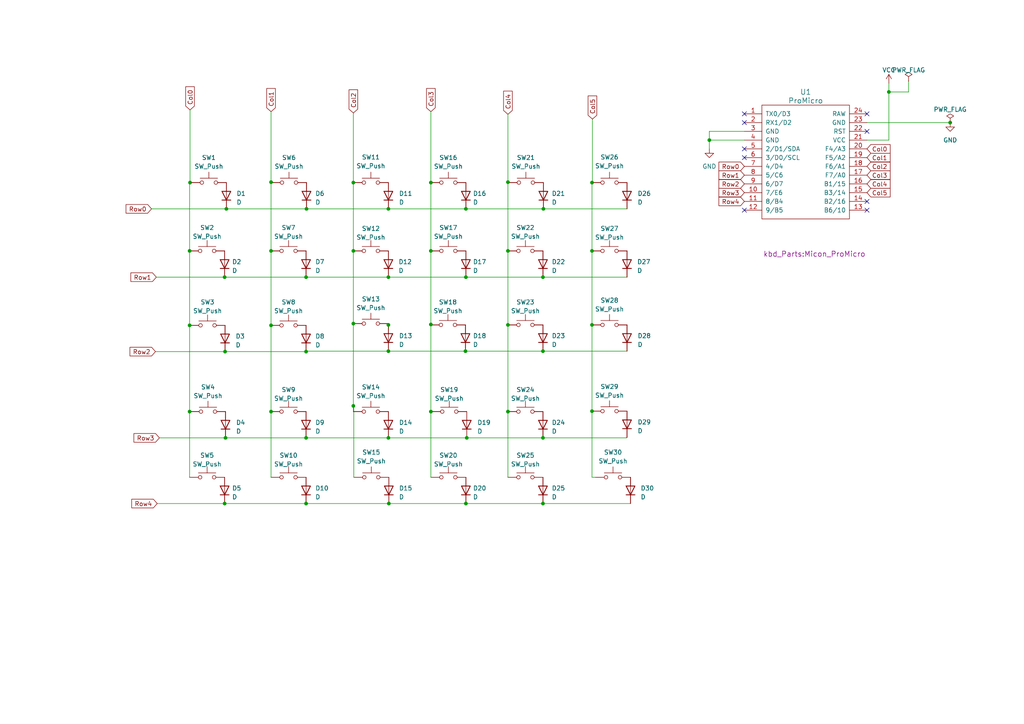
<source format=kicad_sch>
(kicad_sch (version 20230121) (generator eeschema)

  (uuid 9fcb61a1-0620-40ab-a512-bd733fc9338d)

  (paper "A4")

  (lib_symbols
    (symbol "Device:D" (pin_numbers hide) (pin_names (offset 1.016) hide) (in_bom yes) (on_board yes)
      (property "Reference" "D" (at 0 2.54 0)
        (effects (font (size 1.27 1.27)))
      )
      (property "Value" "D" (at 0 -2.54 0)
        (effects (font (size 1.27 1.27)))
      )
      (property "Footprint" "" (at 0 0 0)
        (effects (font (size 1.27 1.27)) hide)
      )
      (property "Datasheet" "~" (at 0 0 0)
        (effects (font (size 1.27 1.27)) hide)
      )
      (property "Sim.Device" "D" (at 0 0 0)
        (effects (font (size 1.27 1.27)) hide)
      )
      (property "Sim.Pins" "1=K 2=A" (at 0 0 0)
        (effects (font (size 1.27 1.27)) hide)
      )
      (property "ki_keywords" "diode" (at 0 0 0)
        (effects (font (size 1.27 1.27)) hide)
      )
      (property "ki_description" "Diode" (at 0 0 0)
        (effects (font (size 1.27 1.27)) hide)
      )
      (property "ki_fp_filters" "TO-???* *_Diode_* *SingleDiode* D_*" (at 0 0 0)
        (effects (font (size 1.27 1.27)) hide)
      )
      (symbol "D_0_1"
        (polyline
          (pts
            (xy -1.27 1.27)
            (xy -1.27 -1.27)
          )
          (stroke (width 0.254) (type default))
          (fill (type none))
        )
        (polyline
          (pts
            (xy 1.27 0)
            (xy -1.27 0)
          )
          (stroke (width 0) (type default))
          (fill (type none))
        )
        (polyline
          (pts
            (xy 1.27 1.27)
            (xy 1.27 -1.27)
            (xy -1.27 0)
            (xy 1.27 1.27)
          )
          (stroke (width 0.254) (type default))
          (fill (type none))
        )
      )
      (symbol "D_1_1"
        (pin passive line (at -3.81 0 0) (length 2.54)
          (name "K" (effects (font (size 1.27 1.27))))
          (number "1" (effects (font (size 1.27 1.27))))
        )
        (pin passive line (at 3.81 0 180) (length 2.54)
          (name "A" (effects (font (size 1.27 1.27))))
          (number "2" (effects (font (size 1.27 1.27))))
        )
      )
    )
    (symbol "Switch:SW_Push" (pin_numbers hide) (pin_names (offset 1.016) hide) (in_bom yes) (on_board yes)
      (property "Reference" "SW" (at 1.27 2.54 0)
        (effects (font (size 1.27 1.27)) (justify left))
      )
      (property "Value" "SW_Push" (at 0 -1.524 0)
        (effects (font (size 1.27 1.27)))
      )
      (property "Footprint" "" (at 0 5.08 0)
        (effects (font (size 1.27 1.27)) hide)
      )
      (property "Datasheet" "~" (at 0 5.08 0)
        (effects (font (size 1.27 1.27)) hide)
      )
      (property "ki_keywords" "switch normally-open pushbutton push-button" (at 0 0 0)
        (effects (font (size 1.27 1.27)) hide)
      )
      (property "ki_description" "Push button switch, generic, two pins" (at 0 0 0)
        (effects (font (size 1.27 1.27)) hide)
      )
      (symbol "SW_Push_0_1"
        (circle (center -2.032 0) (radius 0.508)
          (stroke (width 0) (type default))
          (fill (type none))
        )
        (polyline
          (pts
            (xy 0 1.27)
            (xy 0 3.048)
          )
          (stroke (width 0) (type default))
          (fill (type none))
        )
        (polyline
          (pts
            (xy 2.54 1.27)
            (xy -2.54 1.27)
          )
          (stroke (width 0) (type default))
          (fill (type none))
        )
        (circle (center 2.032 0) (radius 0.508)
          (stroke (width 0) (type default))
          (fill (type none))
        )
        (pin passive line (at -5.08 0 0) (length 2.54)
          (name "1" (effects (font (size 1.27 1.27))))
          (number "1" (effects (font (size 1.27 1.27))))
        )
        (pin passive line (at 5.08 0 180) (length 2.54)
          (name "2" (effects (font (size 1.27 1.27))))
          (number "2" (effects (font (size 1.27 1.27))))
        )
      )
    )
    (symbol "kbd:ProMicro" (pin_names (offset 1.016)) (in_bom yes) (on_board yes)
      (property "Reference" "U" (at 0 19.05 0)
        (effects (font (size 1.524 1.524)))
      )
      (property "Value" "ProMicro" (at 0 -19.05 0)
        (effects (font (size 1.524 1.524)))
      )
      (property "Footprint" "" (at 2.54 -26.67 0)
        (effects (font (size 1.524 1.524)))
      )
      (property "Datasheet" "" (at 2.54 -26.67 0)
        (effects (font (size 1.524 1.524)))
      )
      (symbol "ProMicro_0_1"
        (rectangle (start -12.7 16.51) (end 12.7 -16.51)
          (stroke (width 0) (type solid))
          (fill (type none))
        )
      )
      (symbol "ProMicro_1_1"
        (pin bidirectional line (at -17.78 13.97 0) (length 5.08)
          (name "TX0/D3" (effects (font (size 1.27 1.27))))
          (number "1" (effects (font (size 1.27 1.27))))
        )
        (pin bidirectional line (at -17.78 -8.89 0) (length 5.08)
          (name "7/E6" (effects (font (size 1.27 1.27))))
          (number "10" (effects (font (size 1.27 1.27))))
        )
        (pin bidirectional line (at -17.78 -11.43 0) (length 5.08)
          (name "8/B4" (effects (font (size 1.27 1.27))))
          (number "11" (effects (font (size 1.27 1.27))))
        )
        (pin bidirectional line (at -17.78 -13.97 0) (length 5.08)
          (name "9/B5" (effects (font (size 1.27 1.27))))
          (number "12" (effects (font (size 1.27 1.27))))
        )
        (pin bidirectional line (at 17.78 -13.97 180) (length 5.08)
          (name "B6/10" (effects (font (size 1.27 1.27))))
          (number "13" (effects (font (size 1.27 1.27))))
        )
        (pin bidirectional line (at 17.78 -11.43 180) (length 5.08)
          (name "B2/16" (effects (font (size 1.27 1.27))))
          (number "14" (effects (font (size 1.27 1.27))))
        )
        (pin bidirectional line (at 17.78 -8.89 180) (length 5.08)
          (name "B3/14" (effects (font (size 1.27 1.27))))
          (number "15" (effects (font (size 1.27 1.27))))
        )
        (pin bidirectional line (at 17.78 -6.35 180) (length 5.08)
          (name "B1/15" (effects (font (size 1.27 1.27))))
          (number "16" (effects (font (size 1.27 1.27))))
        )
        (pin bidirectional line (at 17.78 -3.81 180) (length 5.08)
          (name "F7/A0" (effects (font (size 1.27 1.27))))
          (number "17" (effects (font (size 1.27 1.27))))
        )
        (pin bidirectional line (at 17.78 -1.27 180) (length 5.08)
          (name "F6/A1" (effects (font (size 1.27 1.27))))
          (number "18" (effects (font (size 1.27 1.27))))
        )
        (pin bidirectional line (at 17.78 1.27 180) (length 5.08)
          (name "F5/A2" (effects (font (size 1.27 1.27))))
          (number "19" (effects (font (size 1.27 1.27))))
        )
        (pin bidirectional line (at -17.78 11.43 0) (length 5.08)
          (name "RX1/D2" (effects (font (size 1.27 1.27))))
          (number "2" (effects (font (size 1.27 1.27))))
        )
        (pin bidirectional line (at 17.78 3.81 180) (length 5.08)
          (name "F4/A3" (effects (font (size 1.27 1.27))))
          (number "20" (effects (font (size 1.27 1.27))))
        )
        (pin power_in line (at 17.78 6.35 180) (length 5.08)
          (name "VCC" (effects (font (size 1.27 1.27))))
          (number "21" (effects (font (size 1.27 1.27))))
        )
        (pin input line (at 17.78 8.89 180) (length 5.08)
          (name "RST" (effects (font (size 1.27 1.27))))
          (number "22" (effects (font (size 1.27 1.27))))
        )
        (pin power_in line (at 17.78 11.43 180) (length 5.08)
          (name "GND" (effects (font (size 1.27 1.27))))
          (number "23" (effects (font (size 1.27 1.27))))
        )
        (pin power_out line (at 17.78 13.97 180) (length 5.08)
          (name "RAW" (effects (font (size 1.27 1.27))))
          (number "24" (effects (font (size 1.27 1.27))))
        )
        (pin power_in line (at -17.78 8.89 0) (length 5.08)
          (name "GND" (effects (font (size 1.27 1.27))))
          (number "3" (effects (font (size 1.27 1.27))))
        )
        (pin power_in line (at -17.78 6.35 0) (length 5.08)
          (name "GND" (effects (font (size 1.27 1.27))))
          (number "4" (effects (font (size 1.27 1.27))))
        )
        (pin bidirectional line (at -17.78 3.81 0) (length 5.08)
          (name "2/D1/SDA" (effects (font (size 1.27 1.27))))
          (number "5" (effects (font (size 1.27 1.27))))
        )
        (pin bidirectional line (at -17.78 1.27 0) (length 5.08)
          (name "3/D0/SCL" (effects (font (size 1.27 1.27))))
          (number "6" (effects (font (size 1.27 1.27))))
        )
        (pin bidirectional line (at -17.78 -1.27 0) (length 5.08)
          (name "4/D4" (effects (font (size 1.27 1.27))))
          (number "7" (effects (font (size 1.27 1.27))))
        )
        (pin bidirectional line (at -17.78 -3.81 0) (length 5.08)
          (name "5/C6" (effects (font (size 1.27 1.27))))
          (number "8" (effects (font (size 1.27 1.27))))
        )
        (pin bidirectional line (at -17.78 -6.35 0) (length 5.08)
          (name "6/D7" (effects (font (size 1.27 1.27))))
          (number "9" (effects (font (size 1.27 1.27))))
        )
      )
    )
    (symbol "power:GND" (power) (pin_names (offset 0)) (in_bom yes) (on_board yes)
      (property "Reference" "#PWR" (at 0 -6.35 0)
        (effects (font (size 1.27 1.27)) hide)
      )
      (property "Value" "GND" (at 0 -3.81 0)
        (effects (font (size 1.27 1.27)))
      )
      (property "Footprint" "" (at 0 0 0)
        (effects (font (size 1.27 1.27)) hide)
      )
      (property "Datasheet" "" (at 0 0 0)
        (effects (font (size 1.27 1.27)) hide)
      )
      (property "ki_keywords" "global power" (at 0 0 0)
        (effects (font (size 1.27 1.27)) hide)
      )
      (property "ki_description" "Power symbol creates a global label with name \"GND\" , ground" (at 0 0 0)
        (effects (font (size 1.27 1.27)) hide)
      )
      (symbol "GND_0_1"
        (polyline
          (pts
            (xy 0 0)
            (xy 0 -1.27)
            (xy 1.27 -1.27)
            (xy 0 -2.54)
            (xy -1.27 -1.27)
            (xy 0 -1.27)
          )
          (stroke (width 0) (type default))
          (fill (type none))
        )
      )
      (symbol "GND_1_1"
        (pin power_in line (at 0 0 270) (length 0) hide
          (name "GND" (effects (font (size 1.27 1.27))))
          (number "1" (effects (font (size 1.27 1.27))))
        )
      )
    )
    (symbol "power:PWR_FLAG" (power) (pin_numbers hide) (pin_names (offset 0) hide) (in_bom yes) (on_board yes)
      (property "Reference" "#FLG" (at 0 1.905 0)
        (effects (font (size 1.27 1.27)) hide)
      )
      (property "Value" "PWR_FLAG" (at 0 3.81 0)
        (effects (font (size 1.27 1.27)))
      )
      (property "Footprint" "" (at 0 0 0)
        (effects (font (size 1.27 1.27)) hide)
      )
      (property "Datasheet" "~" (at 0 0 0)
        (effects (font (size 1.27 1.27)) hide)
      )
      (property "ki_keywords" "flag power" (at 0 0 0)
        (effects (font (size 1.27 1.27)) hide)
      )
      (property "ki_description" "Special symbol for telling ERC where power comes from" (at 0 0 0)
        (effects (font (size 1.27 1.27)) hide)
      )
      (symbol "PWR_FLAG_0_0"
        (pin power_out line (at 0 0 90) (length 0)
          (name "pwr" (effects (font (size 1.27 1.27))))
          (number "1" (effects (font (size 1.27 1.27))))
        )
      )
      (symbol "PWR_FLAG_0_1"
        (polyline
          (pts
            (xy 0 0)
            (xy 0 1.27)
            (xy -1.016 1.905)
            (xy 0 2.54)
            (xy 1.016 1.905)
            (xy 0 1.27)
          )
          (stroke (width 0) (type default))
          (fill (type none))
        )
      )
    )
    (symbol "power:VCC" (power) (pin_names (offset 0)) (in_bom yes) (on_board yes)
      (property "Reference" "#PWR" (at 0 -3.81 0)
        (effects (font (size 1.27 1.27)) hide)
      )
      (property "Value" "VCC" (at 0 3.81 0)
        (effects (font (size 1.27 1.27)))
      )
      (property "Footprint" "" (at 0 0 0)
        (effects (font (size 1.27 1.27)) hide)
      )
      (property "Datasheet" "" (at 0 0 0)
        (effects (font (size 1.27 1.27)) hide)
      )
      (property "ki_keywords" "global power" (at 0 0 0)
        (effects (font (size 1.27 1.27)) hide)
      )
      (property "ki_description" "Power symbol creates a global label with name \"VCC\"" (at 0 0 0)
        (effects (font (size 1.27 1.27)) hide)
      )
      (symbol "VCC_0_1"
        (polyline
          (pts
            (xy -0.762 1.27)
            (xy 0 2.54)
          )
          (stroke (width 0) (type default))
          (fill (type none))
        )
        (polyline
          (pts
            (xy 0 0)
            (xy 0 2.54)
          )
          (stroke (width 0) (type default))
          (fill (type none))
        )
        (polyline
          (pts
            (xy 0 2.54)
            (xy 0.762 1.27)
          )
          (stroke (width 0) (type default))
          (fill (type none))
        )
      )
      (symbol "VCC_1_1"
        (pin power_in line (at 0 0 90) (length 0) hide
          (name "VCC" (effects (font (size 1.27 1.27))))
          (number "1" (effects (font (size 1.27 1.27))))
        )
      )
    )
  )

  (junction (at 54.991 94.361) (diameter 0) (color 0 0 0 0)
    (uuid 0ecd2a72-cfa0-494d-b2b4-69bbe81ec8a6)
  )
  (junction (at 157.48 101.854) (diameter 0) (color 0 0 0 0)
    (uuid 140a14d7-afdf-4e4c-bade-500d69424f7f)
  )
  (junction (at 135.128 146.05) (diameter 0) (color 0 0 0 0)
    (uuid 1882d49a-37ba-424b-b751-058f69475a39)
  )
  (junction (at 102.489 72.771) (diameter 0) (color 0 0 0 0)
    (uuid 22ad042b-c1ad-42dd-9bc0-8e45bc562e6c)
  )
  (junction (at 112.649 101.854) (diameter 0) (color 0 0 0 0)
    (uuid 22fd394e-9b7b-4da3-b75d-e27099da3d50)
  )
  (junction (at 157.48 80.391) (diameter 0) (color 0 0 0 0)
    (uuid 24448f2e-4a35-4e16-8a15-76dd7d2e9033)
  )
  (junction (at 135.128 80.391) (diameter 0) (color 0 0 0 0)
    (uuid 41b66148-8ca1-4285-8334-7786678fc921)
  )
  (junction (at 171.704 94.234) (diameter 0) (color 0 0 0 0)
    (uuid 426540b1-a8de-4b0f-9467-5bf8b012faca)
  )
  (junction (at 102.489 52.959) (diameter 0) (color 0 0 0 0)
    (uuid 44654623-b7a2-40b5-bb41-896dcb815dc1)
  )
  (junction (at 112.649 94.234) (diameter 0) (color 0 0 0 0)
    (uuid 470b9260-3a43-4575-beb5-a8bf939d0cfd)
  )
  (junction (at 147.32 94.234) (diameter 0) (color 0 0 0 0)
    (uuid 4ad485b5-f9ad-4cb5-9e71-eda18b7f21d7)
  )
  (junction (at 124.968 52.959) (diameter 0) (color 0 0 0 0)
    (uuid 4dcc52ca-99cb-4498-93d0-02ef2eb537f2)
  )
  (junction (at 54.991 119.38) (diameter 0) (color 0 0 0 0)
    (uuid 5dc35b02-69e3-4cb0-8bc9-60d60a84d95c)
  )
  (junction (at 205.74 40.64) (diameter 0) (color 0 0 0 0)
    (uuid 5ff03921-455c-42ed-a2f9-ba149668b637)
  )
  (junction (at 157.48 146.05) (diameter 0) (color 0 0 0 0)
    (uuid 65c22363-38d6-4e55-bedf-e3fa4f7e91e6)
  )
  (junction (at 78.613 94.361) (diameter 0) (color 0 0 0 0)
    (uuid 66cb6832-e2f0-4c8f-bb96-30808da5bea7)
  )
  (junction (at 171.704 119.253) (diameter 0) (color 0 0 0 0)
    (uuid 67d9f59b-6e10-4a5c-83eb-e750230ff752)
  )
  (junction (at 88.773 80.391) (diameter 0) (color 0 0 0 0)
    (uuid 6a8568c8-d29d-4bf5-b4a2-8c898ca6b5dc)
  )
  (junction (at 257.81 26.67) (diameter 0) (color 0 0 0 0)
    (uuid 6bef10b8-723b-406d-89cc-4ee3c200690a)
  )
  (junction (at 65.151 80.391) (diameter 0) (color 0 0 0 0)
    (uuid 73865fb9-c27e-442a-a1c2-24622b3dea94)
  )
  (junction (at 275.59 35.56) (diameter 0) (color 0 0 0 0)
    (uuid 75865c7c-4673-4759-8903-81b2ed2e76e6)
  )
  (junction (at 78.613 72.771) (diameter 0) (color 0 0 0 0)
    (uuid 7bd4cd7e-b8d0-4099-99d1-3187383c211b)
  )
  (junction (at 88.773 127) (diameter 0) (color 0 0 0 0)
    (uuid 7f114bb6-128f-4f71-aeeb-10bd414403cd)
  )
  (junction (at 88.773 146.05) (diameter 0) (color 0 0 0 0)
    (uuid 80b18424-b780-447d-966b-c59761741455)
  )
  (junction (at 135.128 60.579) (diameter 0) (color 0 0 0 0)
    (uuid 83c2b0a7-0f14-435f-a1eb-4c2714d1cd2c)
  )
  (junction (at 157.607 60.579) (diameter 0) (color 0 0 0 0)
    (uuid 859693a6-05d5-4498-8aa5-4fa09e3388c5)
  )
  (junction (at 171.704 52.959) (diameter 0) (color 0 0 0 0)
    (uuid 8ca7c3ce-0014-4a71-8e1e-a7999cb3ffd7)
  )
  (junction (at 147.32 119.38) (diameter 0) (color 0 0 0 0)
    (uuid 90a24e16-09d4-4ffd-b75c-468eec7fe2d9)
  )
  (junction (at 147.32 52.832) (diameter 0) (color 0 0 0 0)
    (uuid 9e7d4771-2d46-4712-8624-ce20035d7a60)
  )
  (junction (at 124.968 72.771) (diameter 0) (color 0 0 0 0)
    (uuid a03d4174-c4fe-45c4-b821-20469127571b)
  )
  (junction (at 88.9 60.579) (diameter 0) (color 0 0 0 0)
    (uuid a046a661-b1b0-4979-9fa0-23b00d357109)
  )
  (junction (at 102.489 117.729) (diameter 0) (color 0 0 0 0)
    (uuid a38ed1d6-28f7-4e8e-9647-c1efa22a4d20)
  )
  (junction (at 112.649 80.391) (diameter 0) (color 0 0 0 0)
    (uuid a49d7a34-e3df-46a5-ad8e-67ceba25181c)
  )
  (junction (at 65.405 127) (diameter 0) (color 0 0 0 0)
    (uuid a6edd75d-a8ad-4de7-9af3-8766c0ec7372)
  )
  (junction (at 157.48 127) (diameter 0) (color 0 0 0 0)
    (uuid a897a3c6-66fe-4ecb-9414-c23b2553cbdd)
  )
  (junction (at 88.773 101.981) (diameter 0) (color 0 0 0 0)
    (uuid aa95e998-ef95-4895-bef0-1ceb2fe17d06)
  )
  (junction (at 78.613 52.832) (diameter 0) (color 0 0 0 0)
    (uuid bc1de69b-fb19-48dd-abdf-d175d7e4e1f0)
  )
  (junction (at 112.649 60.579) (diameter 0) (color 0 0 0 0)
    (uuid be0cb0bb-34e0-4652-9a01-b32d401935a7)
  )
  (junction (at 102.489 93.853) (diameter 0) (color 0 0 0 0)
    (uuid bed01f80-a631-49a7-a39f-7432e6eb1f1b)
  )
  (junction (at 124.968 94.107) (diameter 0) (color 0 0 0 0)
    (uuid c248f8e7-60fb-406b-815e-9a514e22b882)
  )
  (junction (at 55.118 52.959) (diameter 0) (color 0 0 0 0)
    (uuid cc24fd8e-9816-47ac-8b47-89d06e404d3d)
  )
  (junction (at 112.649 127) (diameter 0) (color 0 0 0 0)
    (uuid cd0ed566-7104-4a47-9799-bda7a2577b81)
  )
  (junction (at 147.32 72.771) (diameter 0) (color 0 0 0 0)
    (uuid cd741ccb-8d24-408e-9af8-e696fff4c709)
  )
  (junction (at 54.991 72.771) (diameter 0) (color 0 0 0 0)
    (uuid d117b899-a05e-4f57-b064-c92f72614d39)
  )
  (junction (at 171.704 72.771) (diameter 0) (color 0 0 0 0)
    (uuid d90bb879-aa93-43c9-9187-aa3c593e5560)
  )
  (junction (at 65.278 101.981) (diameter 0) (color 0 0 0 0)
    (uuid d90d09d3-1a44-4e4d-ac96-cf05288efecf)
  )
  (junction (at 65.151 146.05) (diameter 0) (color 0 0 0 0)
    (uuid e2aafdec-3486-420d-8491-673843686337)
  )
  (junction (at 112.776 146.05) (diameter 0) (color 0 0 0 0)
    (uuid e45b41c1-f4aa-4041-a57c-c6d6cb3b40ee)
  )
  (junction (at 135.382 127) (diameter 0) (color 0 0 0 0)
    (uuid e8ee715a-2acf-4277-bd61-240aff1463d0)
  )
  (junction (at 65.659 60.579) (diameter 0) (color 0 0 0 0)
    (uuid ee7c57ec-4497-496f-bc5f-6c5a4c7aef27)
  )
  (junction (at 78.613 119.38) (diameter 0) (color 0 0 0 0)
    (uuid f012b7b8-be82-4a53-bae5-187c1c899d27)
  )
  (junction (at 135.001 101.854) (diameter 0) (color 0 0 0 0)
    (uuid f134130d-3693-473e-b61f-1aa18fac9ca9)
  )
  (junction (at 124.968 119.38) (diameter 0) (color 0 0 0 0)
    (uuid f918a130-e73a-4531-aead-cfd41a63a48c)
  )

  (no_connect (at 251.46 58.42) (uuid 2c2bd273-cc85-4f55-b076-20cbc8c5f732))
  (no_connect (at 215.9 60.96) (uuid 452512df-a3a4-48a3-a7c4-eba5d477d70f))
  (no_connect (at 251.46 33.02) (uuid 45ad8014-60d5-450d-ab79-35e03b4cab50))
  (no_connect (at 251.46 38.1) (uuid 592ea6b7-2fab-41c6-bd89-9f74c86ef8d5))
  (no_connect (at 215.9 43.18) (uuid 595f02c4-2be3-4770-a530-32dc83fd69f3))
  (no_connect (at 215.9 33.02) (uuid 76ee15e2-6b5c-4e29-a1f4-d38e889e6c0d))
  (no_connect (at 215.9 45.72) (uuid 913ec2ca-8f1a-4d8a-b296-b2b7420d6f4d))
  (no_connect (at 251.46 60.96) (uuid a3739ef3-a38d-4b16-ba9b-5b84fb27409c))
  (no_connect (at 215.9 35.56) (uuid c6a4409d-28dc-432c-81be-099d5ae44a1f))

  (wire (pts (xy 257.81 26.67) (xy 257.81 40.64))
    (stroke (width 0) (type default))
    (uuid 01254546-b6de-44a3-8ad0-3a06e21cc716)
  )
  (wire (pts (xy 102.616 117.729) (xy 102.489 117.729))
    (stroke (width 0) (type default))
    (uuid 04a3a377-43bb-4d7a-b1da-ebb595d6d939)
  )
  (wire (pts (xy 147.32 52.832) (xy 147.32 72.771))
    (stroke (width 0) (type default))
    (uuid 09f6d6a5-4a16-4b2d-b015-334abff6b021)
  )
  (wire (pts (xy 55.245 119.38) (xy 54.991 119.38))
    (stroke (width 0) (type default))
    (uuid 0d89fb9f-82c0-4860-b761-2ed5968b5080)
  )
  (wire (pts (xy 181.864 80.391) (xy 157.48 80.391))
    (stroke (width 0) (type default))
    (uuid 0de7965a-1d94-469d-a668-135a570a64ea)
  )
  (wire (pts (xy 257.81 40.64) (xy 251.46 40.64))
    (stroke (width 0) (type default))
    (uuid 12a436ae-4690-4409-9b3a-82cb4ce1c0ca)
  )
  (wire (pts (xy 124.968 52.959) (xy 124.968 72.771))
    (stroke (width 0) (type default))
    (uuid 1a4b784b-5ac8-4d40-94d9-430196456cf5)
  )
  (wire (pts (xy 54.991 52.959) (xy 54.991 72.771))
    (stroke (width 0) (type default))
    (uuid 1cd2d6e0-cf4c-4772-adf9-296bf0057f65)
  )
  (wire (pts (xy 135.128 80.391) (xy 112.649 80.391))
    (stroke (width 0) (type default))
    (uuid 1cfbc5c5-fe3f-4e07-9f64-8d8cfae5ed63)
  )
  (wire (pts (xy 112.649 94.234) (xy 112.649 93.853))
    (stroke (width 0) (type default))
    (uuid 237454b1-8999-4901-84a6-10ed23536d11)
  )
  (wire (pts (xy 102.489 72.771) (xy 102.489 93.853))
    (stroke (width 0) (type default))
    (uuid 2771ac9e-726d-42e5-bd7b-94e880ceb102)
  )
  (wire (pts (xy 205.74 40.64) (xy 215.9 40.64))
    (stroke (width 0) (type default))
    (uuid 2bff7f5b-1b94-43db-8060-a2ca9d9ea896)
  )
  (wire (pts (xy 251.46 35.56) (xy 275.59 35.56))
    (stroke (width 0) (type default))
    (uuid 30ab267a-b724-45bd-b068-6b6ba258c302)
  )
  (wire (pts (xy 112.649 101.854) (xy 135.001 101.854))
    (stroke (width 0) (type default))
    (uuid 315229e3-c10c-4c24-bfe0-6be545efb3e2)
  )
  (wire (pts (xy 205.74 38.1) (xy 205.74 40.64))
    (stroke (width 0) (type default))
    (uuid 3b164166-7244-443b-86c8-01567551d7b1)
  )
  (wire (pts (xy 88.773 101.981) (xy 65.278 101.981))
    (stroke (width 0) (type default))
    (uuid 3ce7d247-564c-4a91-983e-e0659230aa52)
  )
  (wire (pts (xy 112.776 146.05) (xy 88.773 146.05))
    (stroke (width 0) (type default))
    (uuid 4138a4ad-e706-4b5e-a65e-1c0ea6f1a20e)
  )
  (wire (pts (xy 54.991 119.38) (xy 54.991 138.43))
    (stroke (width 0) (type default))
    (uuid 43fbff25-13bb-4ea6-8212-3ed021a55a3a)
  )
  (wire (pts (xy 102.489 32.766) (xy 102.489 52.959))
    (stroke (width 0) (type default))
    (uuid 4969258c-5174-4fd9-8195-a95b7f4476be)
  )
  (wire (pts (xy 102.489 52.959) (xy 102.489 72.771))
    (stroke (width 0) (type default))
    (uuid 4b0b1b2e-a118-4941-a19b-77603baf411f)
  )
  (wire (pts (xy 78.613 52.832) (xy 78.613 72.771))
    (stroke (width 0) (type default))
    (uuid 4b399be5-e3e0-4207-a21c-14efe615383b)
  )
  (wire (pts (xy 102.489 93.853) (xy 102.489 117.729))
    (stroke (width 0) (type default))
    (uuid 4b726d65-1b91-4307-b39a-4e3d7fa21bc0)
  )
  (wire (pts (xy 55.118 94.361) (xy 54.991 94.361))
    (stroke (width 0) (type default))
    (uuid 4c8edd26-67e1-4954-a832-ea209200c0ea)
  )
  (wire (pts (xy 147.447 52.832) (xy 147.32 52.832))
    (stroke (width 0) (type default))
    (uuid 4fbf3e66-93bd-46c3-b1cd-b1f8eea7271a)
  )
  (wire (pts (xy 181.737 127) (xy 157.48 127))
    (stroke (width 0) (type default))
    (uuid 50c557ed-eedc-400e-9120-869ff1e4276b)
  )
  (wire (pts (xy 147.32 119.38) (xy 147.32 138.43))
    (stroke (width 0) (type default))
    (uuid 53d1c8df-ceba-48f1-bb8a-d5dfeb3ceaba)
  )
  (wire (pts (xy 112.649 80.391) (xy 88.773 80.391))
    (stroke (width 0) (type default))
    (uuid 5427bbd0-ec02-40ba-9ff2-d9cae7d2033b)
  )
  (wire (pts (xy 112.649 127) (xy 88.773 127))
    (stroke (width 0) (type default))
    (uuid 57782028-080a-4c55-81cc-d96af3ef32e4)
  )
  (wire (pts (xy 171.704 72.771) (xy 171.704 94.234))
    (stroke (width 0) (type default))
    (uuid 57ea607f-4df5-4d6b-bee8-2750161daac1)
  )
  (wire (pts (xy 65.659 60.579) (xy 43.942 60.579))
    (stroke (width 0) (type default))
    (uuid 58245e39-b103-4fb1-9dfc-715a3fae76a5)
  )
  (wire (pts (xy 157.48 146.05) (xy 135.128 146.05))
    (stroke (width 0) (type default))
    (uuid 5b364283-6559-4461-b86f-3de54479e346)
  )
  (wire (pts (xy 54.991 72.771) (xy 54.991 94.361))
    (stroke (width 0) (type default))
    (uuid 5d2498bc-cddc-4bf7-b512-a835e7b27304)
  )
  (wire (pts (xy 171.704 138.43) (xy 172.72 138.43))
    (stroke (width 0) (type default))
    (uuid 5d85ecd0-e669-4942-9817-bb60e218f710)
  )
  (wire (pts (xy 124.841 94.234) (xy 124.841 94.107))
    (stroke (width 0) (type default))
    (uuid 5ed794a7-4c1d-4ea4-abdb-24c0de62d418)
  )
  (wire (pts (xy 147.32 33.147) (xy 147.32 52.832))
    (stroke (width 0) (type default))
    (uuid 677afc54-f164-4d83-a152-5b134df37e3d)
  )
  (wire (pts (xy 157.48 80.391) (xy 135.128 80.391))
    (stroke (width 0) (type default))
    (uuid 6e20cced-9569-4b51-b15a-8c9f3e8c854b)
  )
  (wire (pts (xy 263.525 26.67) (xy 263.525 23.495))
    (stroke (width 0) (type default))
    (uuid 71526dd0-ce67-4a1f-ace4-1205dbd1f609)
  )
  (wire (pts (xy 205.74 40.64) (xy 205.74 43.18))
    (stroke (width 0) (type default))
    (uuid 71c518ff-343c-4f9b-82e0-8b6db6cb3445)
  )
  (wire (pts (xy 124.968 119.38) (xy 124.968 138.43))
    (stroke (width 0) (type default))
    (uuid 7a23ca66-7c28-42d7-b3fd-ecdd3796cf45)
  )
  (wire (pts (xy 55.118 31.877) (xy 55.118 52.959))
    (stroke (width 0) (type default))
    (uuid 7d71b43d-c298-4415-a1c4-69671393bb9f)
  )
  (wire (pts (xy 78.613 32.385) (xy 78.613 52.832))
    (stroke (width 0) (type default))
    (uuid 7df05d08-4c35-499b-9ef8-aa3711e15b3e)
  )
  (wire (pts (xy 78.74 52.832) (xy 78.613 52.832))
    (stroke (width 0) (type default))
    (uuid 7e00f504-e2e3-45c4-8267-d72e80d8c361)
  )
  (wire (pts (xy 102.489 119.38) (xy 102.489 117.729))
    (stroke (width 0) (type default))
    (uuid 82054bca-a64e-432c-a656-a45359c48601)
  )
  (wire (pts (xy 171.704 119.253) (xy 171.704 138.43))
    (stroke (width 0) (type default))
    (uuid 822fe7bb-91da-49b3-862e-063416f56803)
  )
  (wire (pts (xy 124.968 72.771) (xy 124.968 94.107))
    (stroke (width 0) (type default))
    (uuid 8a857285-e262-49d1-a246-40e748cb1592)
  )
  (wire (pts (xy 65.151 146.05) (xy 45.593 146.05))
    (stroke (width 0) (type default))
    (uuid 92cba63d-911a-4c2b-b988-8096bf4d1f2a)
  )
  (wire (pts (xy 88.9 60.579) (xy 65.659 60.579))
    (stroke (width 0) (type default))
    (uuid 945ab39a-d912-4000-8d36-bd3e2523827f)
  )
  (wire (pts (xy 65.278 101.981) (xy 45.085 101.981))
    (stroke (width 0) (type default))
    (uuid 96ac5dc1-08d4-43e0-bd7b-710151b9b89d)
  )
  (wire (pts (xy 157.607 60.579) (xy 135.128 60.579))
    (stroke (width 0) (type default))
    (uuid 9ec47ea1-bcd5-4cd5-8999-042b563dc8ff)
  )
  (wire (pts (xy 181.737 126.873) (xy 181.737 127))
    (stroke (width 0) (type default))
    (uuid 9ef1fa4d-6250-4a2e-9a4d-45a9a2b1a00b)
  )
  (wire (pts (xy 65.151 146.05) (xy 88.773 146.05))
    (stroke (width 0) (type default))
    (uuid a6339b96-25d5-44eb-8747-292cae7fb3e2)
  )
  (wire (pts (xy 257.81 26.67) (xy 263.525 26.67))
    (stroke (width 0) (type default))
    (uuid a7ff8098-f9fe-4041-bb5a-dd3f8a9b2330)
  )
  (wire (pts (xy 157.48 101.854) (xy 181.864 101.854))
    (stroke (width 0) (type default))
    (uuid aa6afdd5-0496-47dc-9564-ebfc140668e2)
  )
  (wire (pts (xy 55.499 52.959) (xy 55.118 52.959))
    (stroke (width 0) (type default))
    (uuid aad098b9-e71b-4cb3-a1c8-42713c7c10e0)
  )
  (wire (pts (xy 182.88 146.05) (xy 157.48 146.05))
    (stroke (width 0) (type default))
    (uuid acdf1876-fe1e-4100-9084-0406b5cee5c6)
  )
  (wire (pts (xy 135.128 146.05) (xy 112.776 146.05))
    (stroke (width 0) (type default))
    (uuid adebe19b-2051-4b92-821c-2efd6dd09b28)
  )
  (wire (pts (xy 171.831 52.959) (xy 171.704 52.959))
    (stroke (width 0) (type default))
    (uuid b03270bd-d71a-4e4c-b8cc-9dda7e5cab67)
  )
  (wire (pts (xy 257.81 24.13) (xy 257.81 26.67))
    (stroke (width 0) (type default))
    (uuid b15a0d65-22a9-49bb-b470-5739d27f09a1)
  )
  (wire (pts (xy 124.968 119.38) (xy 125.222 119.38))
    (stroke (width 0) (type default))
    (uuid b199d3b0-d0f9-42b8-a8c8-6978832d1ca5)
  )
  (wire (pts (xy 147.32 72.771) (xy 147.32 94.234))
    (stroke (width 0) (type default))
    (uuid b2cd214e-65d8-4f3b-ae8e-992bcac48861)
  )
  (wire (pts (xy 147.32 94.234) (xy 147.32 119.38))
    (stroke (width 0) (type default))
    (uuid b2e2ac61-8912-4c43-b060-8f29ab837f87)
  )
  (wire (pts (xy 135.382 127) (xy 112.649 127))
    (stroke (width 0) (type default))
    (uuid b6419946-9f6f-47a3-8e51-bffb7939fc0f)
  )
  (wire (pts (xy 102.616 117.729) (xy 102.616 138.43))
    (stroke (width 0) (type default))
    (uuid ba4b227f-a42e-4bf7-8ad9-da53caf8e204)
  )
  (wire (pts (xy 78.74 52.959) (xy 78.74 52.832))
    (stroke (width 0) (type default))
    (uuid baaf0f72-be59-493e-aa83-28a3d8e200f8)
  )
  (wire (pts (xy 78.613 119.38) (xy 78.613 138.43))
    (stroke (width 0) (type default))
    (uuid baf87e0c-636d-4568-93e7-970d053c3c87)
  )
  (wire (pts (xy 112.649 60.579) (xy 88.9 60.579))
    (stroke (width 0) (type default))
    (uuid bd16861c-6166-4144-8eeb-c4ce94122180)
  )
  (wire (pts (xy 171.704 52.959) (xy 171.704 72.771))
    (stroke (width 0) (type default))
    (uuid c08dcab3-7729-40d4-b2d9-07f77b286f58)
  )
  (wire (pts (xy 135.001 101.854) (xy 157.48 101.854))
    (stroke (width 0) (type default))
    (uuid c35afc6c-8b29-47c6-82a1-826c90e8f57d)
  )
  (wire (pts (xy 78.613 72.771) (xy 78.613 94.361))
    (stroke (width 0) (type default))
    (uuid c38a41f7-e325-481e-bff0-f9c7381363d7)
  )
  (wire (pts (xy 171.704 94.234) (xy 171.704 119.253))
    (stroke (width 0) (type default))
    (uuid c6794c70-800d-4d09-9e99-717bc5a80ae4)
  )
  (wire (pts (xy 45.339 80.391) (xy 65.151 80.391))
    (stroke (width 0) (type default))
    (uuid ce5a79d5-c5b0-4e54-9705-607f096417bd)
  )
  (wire (pts (xy 112.649 95.631) (xy 112.649 94.234))
    (stroke (width 0) (type default))
    (uuid d0621200-b097-401b-bba8-c136671563e7)
  )
  (wire (pts (xy 135.382 127) (xy 157.48 127))
    (stroke (width 0) (type default))
    (uuid d27f32a3-e357-46ca-bd28-39a4a46a6be3)
  )
  (wire (pts (xy 65.405 127) (xy 46.228 127))
    (stroke (width 0) (type default))
    (uuid d3a8b63d-5e75-4b26-91cb-d05573421dd3)
  )
  (wire (pts (xy 171.831 34.544) (xy 171.831 52.959))
    (stroke (width 0) (type default))
    (uuid d3ef4c33-46d7-4af6-bc7b-5b9df59551a4)
  )
  (wire (pts (xy 54.991 52.959) (xy 55.118 52.959))
    (stroke (width 0) (type default))
    (uuid d4d6a528-f427-4b5b-a59f-f460559415d7)
  )
  (wire (pts (xy 54.991 94.361) (xy 54.991 119.38))
    (stroke (width 0) (type default))
    (uuid d4f68cee-6121-4967-a5c5-7e4940c17a0a)
  )
  (wire (pts (xy 124.968 94.107) (xy 124.968 119.38))
    (stroke (width 0) (type default))
    (uuid d72343d3-d4c5-4a65-a127-e611589c29f7)
  )
  (wire (pts (xy 215.9 38.1) (xy 205.74 38.1))
    (stroke (width 0) (type default))
    (uuid d80569cd-5e12-4dc7-b97f-0ed74bdf750f)
  )
  (wire (pts (xy 88.773 80.391) (xy 65.151 80.391))
    (stroke (width 0) (type default))
    (uuid d809ca20-b4bc-4df2-9345-384521e674ee)
  )
  (wire (pts (xy 135.128 60.579) (xy 112.649 60.579))
    (stroke (width 0) (type default))
    (uuid d89ce517-7955-4543-a5ad-c04e1d2b1669)
  )
  (wire (pts (xy 78.613 94.361) (xy 78.613 119.38))
    (stroke (width 0) (type default))
    (uuid db421aa6-e9b4-486f-b97a-b8270b000c9b)
  )
  (wire (pts (xy 124.841 94.107) (xy 124.968 94.107))
    (stroke (width 0) (type default))
    (uuid dfc8bfcd-5ea0-4875-be9a-6c08dca61962)
  )
  (wire (pts (xy 124.968 32.385) (xy 124.968 52.959))
    (stroke (width 0) (type default))
    (uuid e109b3bd-45f5-4de3-bca8-faa553f736b5)
  )
  (wire (pts (xy 88.773 101.854) (xy 112.649 101.854))
    (stroke (width 0) (type default))
    (uuid e4c8d04c-fbec-4cec-813a-5a1b10f7101b)
  )
  (wire (pts (xy 88.773 127) (xy 65.405 127))
    (stroke (width 0) (type default))
    (uuid ec76841e-dfdd-4947-9840-84d9f644696d)
  )
  (wire (pts (xy 181.864 60.579) (xy 157.607 60.579))
    (stroke (width 0) (type default))
    (uuid f26abc5f-64e5-4f41-b9e1-45072b40dc96)
  )
  (wire (pts (xy 181.864 126.873) (xy 181.737 126.873))
    (stroke (width 0) (type default))
    (uuid f5037e27-230c-4078-a7a7-5e8e7cbe8d32)
  )
  (wire (pts (xy 88.773 101.854) (xy 88.773 101.981))
    (stroke (width 0) (type default))
    (uuid fc4b67de-a109-4d17-b93e-daa60a1302df)
  )
  (wire (pts (xy 147.447 52.959) (xy 147.447 52.832))
    (stroke (width 0) (type default))
    (uuid fe3073dd-94e4-4362-ae30-62438910d50a)
  )

  (global_label "Col5" (shape input) (at 251.46 55.88 0) (fields_autoplaced)
    (effects (font (size 1.27 1.27)) (justify left))
    (uuid 058fafaa-6402-48dd-b70e-0b16c923ef4f)
    (property "Intersheetrefs" "${INTERSHEET_REFS}" (at 258.6595 55.88 0)
      (effects (font (size 1.27 1.27)) (justify left) hide)
    )
  )
  (global_label "Col0" (shape input) (at 55.118 31.877 90) (fields_autoplaced)
    (effects (font (size 1.27 1.27)) (justify left))
    (uuid 19919918-3544-41af-b456-9fbd6c03419f)
    (property "Intersheetrefs" "${INTERSHEET_REFS}" (at 55.118 24.6775 90)
      (effects (font (size 1.27 1.27)) (justify left) hide)
    )
  )
  (global_label "Col1" (shape input) (at 251.46 45.72 0) (fields_autoplaced)
    (effects (font (size 1.27 1.27)) (justify left))
    (uuid 2b5dd6ad-e2d4-465d-bcc3-e75c97913616)
    (property "Intersheetrefs" "${INTERSHEET_REFS}" (at 258.6595 45.72 0)
      (effects (font (size 1.27 1.27)) (justify left) hide)
    )
  )
  (global_label "Row2" (shape input) (at 215.9 53.34 180) (fields_autoplaced)
    (effects (font (size 1.27 1.27)) (justify right))
    (uuid 31ede2b3-df19-4ed5-b512-455c668040e3)
    (property "Intersheetrefs" "${INTERSHEET_REFS}" (at 208.0352 53.34 0)
      (effects (font (size 1.27 1.27)) (justify right) hide)
    )
  )
  (global_label "Col5" (shape input) (at 171.831 34.544 90) (fields_autoplaced)
    (effects (font (size 1.27 1.27)) (justify left))
    (uuid 33827b02-19de-4474-9e23-9f86f029b79e)
    (property "Intersheetrefs" "${INTERSHEET_REFS}" (at 171.831 27.3445 90)
      (effects (font (size 1.27 1.27)) (justify left) hide)
    )
  )
  (global_label "Col3" (shape input) (at 124.968 32.385 90) (fields_autoplaced)
    (effects (font (size 1.27 1.27)) (justify left))
    (uuid 4a479bd8-0f1b-4e26-b25b-f0d5fa6331d7)
    (property "Intersheetrefs" "${INTERSHEET_REFS}" (at 124.968 25.1855 90)
      (effects (font (size 1.27 1.27)) (justify left) hide)
    )
  )
  (global_label "Col3" (shape input) (at 251.46 50.8 0) (fields_autoplaced)
    (effects (font (size 1.27 1.27)) (justify left))
    (uuid 5993a910-8763-4e9a-ac86-db808e7dddb4)
    (property "Intersheetrefs" "${INTERSHEET_REFS}" (at 258.6595 50.8 0)
      (effects (font (size 1.27 1.27)) (justify left) hide)
    )
  )
  (global_label "Row0" (shape input) (at 43.942 60.579 180) (fields_autoplaced)
    (effects (font (size 1.27 1.27)) (justify right))
    (uuid 5adc5046-3660-4e72-b487-e187f50a1f25)
    (property "Intersheetrefs" "${INTERSHEET_REFS}" (at 36.0772 60.579 0)
      (effects (font (size 1.27 1.27)) (justify right) hide)
    )
  )
  (global_label "Row1" (shape input) (at 215.9 50.8 180) (fields_autoplaced)
    (effects (font (size 1.27 1.27)) (justify right))
    (uuid 82273e4b-0b25-402c-b2f1-9a533c222555)
    (property "Intersheetrefs" "${INTERSHEET_REFS}" (at 208.0352 50.8 0)
      (effects (font (size 1.27 1.27)) (justify right) hide)
    )
  )
  (global_label "Row1" (shape input) (at 45.339 80.391 180) (fields_autoplaced)
    (effects (font (size 1.27 1.27)) (justify right))
    (uuid 841981d2-3dcd-48ac-967c-7bbd354e30a8)
    (property "Intersheetrefs" "${INTERSHEET_REFS}" (at 37.4742 80.391 0)
      (effects (font (size 1.27 1.27)) (justify right) hide)
    )
  )
  (global_label "Row4" (shape input) (at 45.593 146.05 180) (fields_autoplaced)
    (effects (font (size 1.27 1.27)) (justify right))
    (uuid 8ce8f22f-1ae2-4fe1-b6dd-8724417c9b6f)
    (property "Intersheetrefs" "${INTERSHEET_REFS}" (at 37.7282 146.05 0)
      (effects (font (size 1.27 1.27)) (justify right) hide)
    )
  )
  (global_label "Col1" (shape input) (at 78.613 32.385 90) (fields_autoplaced)
    (effects (font (size 1.27 1.27)) (justify left))
    (uuid a4d33e68-74d5-4e7d-86dd-c524386ffded)
    (property "Intersheetrefs" "${INTERSHEET_REFS}" (at 78.613 25.1855 90)
      (effects (font (size 1.27 1.27)) (justify left) hide)
    )
  )
  (global_label "Col4" (shape input) (at 251.46 53.34 0) (fields_autoplaced)
    (effects (font (size 1.27 1.27)) (justify left))
    (uuid ae00b666-d116-4eea-a8fe-528142b7a141)
    (property "Intersheetrefs" "${INTERSHEET_REFS}" (at 258.6595 53.34 0)
      (effects (font (size 1.27 1.27)) (justify left) hide)
    )
  )
  (global_label "Col2" (shape input) (at 102.489 32.766 90) (fields_autoplaced)
    (effects (font (size 1.27 1.27)) (justify left))
    (uuid b2f65c4d-0ce4-44ab-9e5d-ab992c563f81)
    (property "Intersheetrefs" "${INTERSHEET_REFS}" (at 102.489 25.5665 90)
      (effects (font (size 1.27 1.27)) (justify left) hide)
    )
  )
  (global_label "Row3" (shape input) (at 46.228 127 180) (fields_autoplaced)
    (effects (font (size 1.27 1.27)) (justify right))
    (uuid b849dfa7-cf2f-4839-9b8c-c6fe2f2b341d)
    (property "Intersheetrefs" "${INTERSHEET_REFS}" (at 38.3632 127 0)
      (effects (font (size 1.27 1.27)) (justify right) hide)
    )
  )
  (global_label "Col0" (shape input) (at 251.46 43.18 0) (fields_autoplaced)
    (effects (font (size 1.27 1.27)) (justify left))
    (uuid cb06c663-2b2f-40bb-ac84-863727ff957a)
    (property "Intersheetrefs" "${INTERSHEET_REFS}" (at 258.6595 43.18 0)
      (effects (font (size 1.27 1.27)) (justify left) hide)
    )
  )
  (global_label "Col4" (shape input) (at 147.32 33.147 90) (fields_autoplaced)
    (effects (font (size 1.27 1.27)) (justify left))
    (uuid e965e76f-7753-469e-923e-339226a0b92c)
    (property "Intersheetrefs" "${INTERSHEET_REFS}" (at 147.32 25.9475 90)
      (effects (font (size 1.27 1.27)) (justify left) hide)
    )
  )
  (global_label "Row3" (shape input) (at 215.9 55.88 180) (fields_autoplaced)
    (effects (font (size 1.27 1.27)) (justify right))
    (uuid ede8dcde-e17e-42a3-9a33-4d5f618c8959)
    (property "Intersheetrefs" "${INTERSHEET_REFS}" (at 208.0352 55.88 0)
      (effects (font (size 1.27 1.27)) (justify right) hide)
    )
  )
  (global_label "Row2" (shape input) (at 45.085 101.981 180) (fields_autoplaced)
    (effects (font (size 1.27 1.27)) (justify right))
    (uuid efb62eb9-fbec-4133-aae3-7d4eb79d4711)
    (property "Intersheetrefs" "${INTERSHEET_REFS}" (at 37.2202 101.981 0)
      (effects (font (size 1.27 1.27)) (justify right) hide)
    )
  )
  (global_label "Col2" (shape input) (at 251.46 48.26 0) (fields_autoplaced)
    (effects (font (size 1.27 1.27)) (justify left))
    (uuid f7e833dc-937b-4327-b2af-899d3736f9cb)
    (property "Intersheetrefs" "${INTERSHEET_REFS}" (at 258.6595 48.26 0)
      (effects (font (size 1.27 1.27)) (justify left) hide)
    )
  )
  (global_label "Row4" (shape input) (at 215.9 58.42 180) (fields_autoplaced)
    (effects (font (size 1.27 1.27)) (justify right))
    (uuid f97d4d32-0e5f-4bd0-8880-9e09e67fcc72)
    (property "Intersheetrefs" "${INTERSHEET_REFS}" (at 208.0352 58.42 0)
      (effects (font (size 1.27 1.27)) (justify right) hide)
    )
  )
  (global_label "Row0" (shape input) (at 215.9 48.26 180) (fields_autoplaced)
    (effects (font (size 1.27 1.27)) (justify right))
    (uuid fe8eb39d-679d-4aec-a90c-87868f591076)
    (property "Intersheetrefs" "${INTERSHEET_REFS}" (at 208.0352 48.26 0)
      (effects (font (size 1.27 1.27)) (justify right) hide)
    )
  )

  (symbol (lib_id "Device:D") (at 112.649 123.19 90) (unit 1)
    (in_bom yes) (on_board yes) (dnp no) (fields_autoplaced)
    (uuid 0325675c-8d3c-4fdb-ba01-c74a2aa3ac35)
    (property "Reference" "D14" (at 115.697 122.555 90)
      (effects (font (size 1.27 1.27)) (justify right))
    )
    (property "Value" "D" (at 115.697 125.095 90)
      (effects (font (size 1.27 1.27)) (justify right))
    )
    (property "Footprint" "kbd_Parts:Diode_TH_SMD" (at 112.649 123.19 0)
      (effects (font (size 1.27 1.27)) hide)
    )
    (property "Datasheet" "~" (at 112.649 123.19 0)
      (effects (font (size 1.27 1.27)) hide)
    )
    (property "Sim.Device" "D" (at 112.649 123.19 0)
      (effects (font (size 1.27 1.27)) hide)
    )
    (property "Sim.Pins" "1=K 2=A" (at 112.649 123.19 0)
      (effects (font (size 1.27 1.27)) hide)
    )
    (pin "1" (uuid a68164ae-4daf-4456-a065-8fb51db93d0f))
    (pin "2" (uuid a4f02762-25a6-4211-b95d-13ef57a2488f))
    (instances
      (project "kappa"
        (path "/9fcb61a1-0620-40ab-a512-bd733fc9338d"
          (reference "D14") (unit 1)
        )
      )
    )
  )

  (symbol (lib_id "Device:D") (at 112.649 56.769 90) (unit 1)
    (in_bom yes) (on_board yes) (dnp no) (fields_autoplaced)
    (uuid 0b8c371a-8828-4b9d-826b-63cf63cc13e6)
    (property "Reference" "D11" (at 115.697 56.134 90)
      (effects (font (size 1.27 1.27)) (justify right))
    )
    (property "Value" "D" (at 115.697 58.674 90)
      (effects (font (size 1.27 1.27)) (justify right))
    )
    (property "Footprint" "kbd_Parts:Diode_TH_SMD" (at 112.649 56.769 0)
      (effects (font (size 1.27 1.27)) hide)
    )
    (property "Datasheet" "~" (at 112.649 56.769 0)
      (effects (font (size 1.27 1.27)) hide)
    )
    (property "Sim.Device" "D" (at 112.649 56.769 0)
      (effects (font (size 1.27 1.27)) hide)
    )
    (property "Sim.Pins" "1=K 2=A" (at 112.649 56.769 0)
      (effects (font (size 1.27 1.27)) hide)
    )
    (pin "1" (uuid e5b0c388-6471-44ac-ae95-bfb5bc3e419d))
    (pin "2" (uuid 6d442dc9-1115-43ad-8c7c-c5893b58ee89))
    (instances
      (project "kappa"
        (path "/9fcb61a1-0620-40ab-a512-bd733fc9338d"
          (reference "D11") (unit 1)
        )
      )
    )
  )

  (symbol (lib_id "power:VCC") (at 257.81 24.13 0) (unit 1)
    (in_bom yes) (on_board yes) (dnp no) (fields_autoplaced)
    (uuid 0c8b15ff-37d2-4b73-a73e-02ec08f5e4a5)
    (property "Reference" "#PWR02" (at 257.81 27.94 0)
      (effects (font (size 1.27 1.27)) hide)
    )
    (property "Value" "VCC" (at 257.81 20.32 0)
      (effects (font (size 1.27 1.27)))
    )
    (property "Footprint" "" (at 257.81 24.13 0)
      (effects (font (size 1.27 1.27)) hide)
    )
    (property "Datasheet" "" (at 257.81 24.13 0)
      (effects (font (size 1.27 1.27)) hide)
    )
    (pin "1" (uuid 30455297-59dc-4d17-8604-79864b49b61a))
    (instances
      (project "kappa"
        (path "/9fcb61a1-0620-40ab-a512-bd733fc9338d"
          (reference "#PWR02") (unit 1)
        )
      )
    )
  )

  (symbol (lib_id "Device:D") (at 182.88 142.24 90) (unit 1)
    (in_bom yes) (on_board yes) (dnp no) (fields_autoplaced)
    (uuid 0cbf547e-cba0-4e02-853b-e01688fab185)
    (property "Reference" "D30" (at 185.801 141.605 90)
      (effects (font (size 1.27 1.27)) (justify right))
    )
    (property "Value" "D" (at 185.801 144.145 90)
      (effects (font (size 1.27 1.27)) (justify right))
    )
    (property "Footprint" "kbd_Parts:Diode_TH_SMD" (at 182.88 142.24 0)
      (effects (font (size 1.27 1.27)) hide)
    )
    (property "Datasheet" "~" (at 182.88 142.24 0)
      (effects (font (size 1.27 1.27)) hide)
    )
    (property "Sim.Device" "D" (at 182.88 142.24 0)
      (effects (font (size 1.27 1.27)) hide)
    )
    (property "Sim.Pins" "1=K 2=A" (at 182.88 142.24 0)
      (effects (font (size 1.27 1.27)) hide)
    )
    (pin "1" (uuid e2376d74-edca-4448-9ae0-53b372134005))
    (pin "2" (uuid a9bbfe73-6f34-4783-92b7-eaa307217e79))
    (instances
      (project "kappa"
        (path "/9fcb61a1-0620-40ab-a512-bd733fc9338d"
          (reference "D30") (unit 1)
        )
      )
    )
  )

  (symbol (lib_id "Device:D") (at 157.48 142.24 90) (unit 1)
    (in_bom yes) (on_board yes) (dnp no) (fields_autoplaced)
    (uuid 0e1dbbba-7f33-41ec-a406-c8b72e0ca138)
    (property "Reference" "D25" (at 160.02 141.605 90)
      (effects (font (size 1.27 1.27)) (justify right))
    )
    (property "Value" "D" (at 160.02 144.145 90)
      (effects (font (size 1.27 1.27)) (justify right))
    )
    (property "Footprint" "kbd_Parts:Diode_TH_SMD" (at 157.48 142.24 0)
      (effects (font (size 1.27 1.27)) hide)
    )
    (property "Datasheet" "~" (at 157.48 142.24 0)
      (effects (font (size 1.27 1.27)) hide)
    )
    (property "Sim.Device" "D" (at 157.48 142.24 0)
      (effects (font (size 1.27 1.27)) hide)
    )
    (property "Sim.Pins" "1=K 2=A" (at 157.48 142.24 0)
      (effects (font (size 1.27 1.27)) hide)
    )
    (pin "1" (uuid a9374777-c38e-4cf7-ac2b-10e7a3324364))
    (pin "2" (uuid 6d98d30d-f7f7-4fc5-ad5f-3caff7eb8101))
    (instances
      (project "kappa"
        (path "/9fcb61a1-0620-40ab-a512-bd733fc9338d"
          (reference "D25") (unit 1)
        )
      )
    )
  )

  (symbol (lib_id "Device:D") (at 181.864 76.581 90) (unit 1)
    (in_bom yes) (on_board yes) (dnp no) (fields_autoplaced)
    (uuid 123d45ba-fdf4-4532-8446-272737c94177)
    (property "Reference" "D27" (at 184.785 75.946 90)
      (effects (font (size 1.27 1.27)) (justify right))
    )
    (property "Value" "D" (at 184.785 78.486 90)
      (effects (font (size 1.27 1.27)) (justify right))
    )
    (property "Footprint" "kbd_Parts:Diode_TH_SMD" (at 181.864 76.581 0)
      (effects (font (size 1.27 1.27)) hide)
    )
    (property "Datasheet" "~" (at 181.864 76.581 0)
      (effects (font (size 1.27 1.27)) hide)
    )
    (property "Sim.Device" "D" (at 181.864 76.581 0)
      (effects (font (size 1.27 1.27)) hide)
    )
    (property "Sim.Pins" "1=K 2=A" (at 181.864 76.581 0)
      (effects (font (size 1.27 1.27)) hide)
    )
    (pin "1" (uuid f88c3e0f-86c1-4bf8-8cab-3d48bb728623))
    (pin "2" (uuid 1cb79d93-5e6f-438e-b0ad-1d6ea9713a14))
    (instances
      (project "kappa"
        (path "/9fcb61a1-0620-40ab-a512-bd733fc9338d"
          (reference "D27") (unit 1)
        )
      )
    )
  )

  (symbol (lib_id "Switch:SW_Push") (at 83.693 94.361 0) (unit 1)
    (in_bom yes) (on_board yes) (dnp no) (fields_autoplaced)
    (uuid 127ccd66-cbf8-44e1-b496-c4231bec9506)
    (property "Reference" "SW8" (at 83.693 87.63 0)
      (effects (font (size 1.27 1.27)))
    )
    (property "Value" "SW_Push" (at 83.693 90.17 0)
      (effects (font (size 1.27 1.27)))
    )
    (property "Footprint" "kbd_SW:Choc_v1_v2" (at 83.693 89.281 0)
      (effects (font (size 1.27 1.27)) hide)
    )
    (property "Datasheet" "~" (at 83.693 89.281 0)
      (effects (font (size 1.27 1.27)) hide)
    )
    (pin "1" (uuid f7641f4e-6802-4fa1-83c4-d3b8a9f46df9))
    (pin "2" (uuid 243b4e36-ac87-470e-ac1f-e680115537b6))
    (instances
      (project "kappa"
        (path "/9fcb61a1-0620-40ab-a512-bd733fc9338d"
          (reference "SW8") (unit 1)
        )
      )
    )
  )

  (symbol (lib_id "Switch:SW_Push") (at 107.696 138.43 0) (unit 1)
    (in_bom yes) (on_board yes) (dnp no) (fields_autoplaced)
    (uuid 1681a38b-2959-4cd6-b628-ca59e4ba0da7)
    (property "Reference" "SW15" (at 107.696 131.191 0)
      (effects (font (size 1.27 1.27)))
    )
    (property "Value" "SW_Push" (at 107.696 133.731 0)
      (effects (font (size 1.27 1.27)))
    )
    (property "Footprint" "kbd_SW:Choc_v1_v2" (at 107.696 133.35 0)
      (effects (font (size 1.27 1.27)) hide)
    )
    (property "Datasheet" "~" (at 107.696 133.35 0)
      (effects (font (size 1.27 1.27)) hide)
    )
    (pin "1" (uuid 7715b87b-4d81-40ad-a1a6-bce8b9afb1cb))
    (pin "2" (uuid 976a642e-dee5-43ea-936e-875dd111f99d))
    (instances
      (project "kappa"
        (path "/9fcb61a1-0620-40ab-a512-bd733fc9338d"
          (reference "SW15") (unit 1)
        )
      )
    )
  )

  (symbol (lib_id "Switch:SW_Push") (at 176.784 52.959 0) (unit 1)
    (in_bom yes) (on_board yes) (dnp no) (fields_autoplaced)
    (uuid 17d74f95-506e-4024-9ce9-56ec57cda0af)
    (property "Reference" "SW26" (at 176.784 45.593 0)
      (effects (font (size 1.27 1.27)))
    )
    (property "Value" "SW_Push" (at 176.784 48.133 0)
      (effects (font (size 1.27 1.27)))
    )
    (property "Footprint" "kbd_SW:Choc_v1_v2" (at 176.784 47.879 0)
      (effects (font (size 1.27 1.27)) hide)
    )
    (property "Datasheet" "~" (at 176.784 47.879 0)
      (effects (font (size 1.27 1.27)) hide)
    )
    (pin "1" (uuid d1728404-1053-4881-a84c-6e67877ec7ac))
    (pin "2" (uuid 2ffba695-ee17-4f34-9e26-51f9ad76b902))
    (instances
      (project "kappa"
        (path "/9fcb61a1-0620-40ab-a512-bd733fc9338d"
          (reference "SW26") (unit 1)
        )
      )
    )
  )

  (symbol (lib_id "Switch:SW_Push") (at 60.071 138.43 0) (unit 1)
    (in_bom yes) (on_board yes) (dnp no) (fields_autoplaced)
    (uuid 1aaba585-0c22-4ec1-a23f-1a02646262f6)
    (property "Reference" "SW5" (at 60.071 132.08 0)
      (effects (font (size 1.27 1.27)))
    )
    (property "Value" "SW_Push" (at 60.071 134.62 0)
      (effects (font (size 1.27 1.27)))
    )
    (property "Footprint" "kbd_SW:Choc_v1_v2" (at 60.071 133.35 0)
      (effects (font (size 1.27 1.27)) hide)
    )
    (property "Datasheet" "~" (at 60.071 133.35 0)
      (effects (font (size 1.27 1.27)) hide)
    )
    (pin "1" (uuid 988064d5-439c-4aa1-915b-3473b0939d36))
    (pin "2" (uuid 878258c2-a11a-4f84-a0fb-e36b34b52931))
    (instances
      (project "kappa"
        (path "/9fcb61a1-0620-40ab-a512-bd733fc9338d"
          (reference "SW5") (unit 1)
        )
      )
    )
  )

  (symbol (lib_id "Device:D") (at 65.659 56.769 90) (unit 1)
    (in_bom yes) (on_board yes) (dnp no) (fields_autoplaced)
    (uuid 1aba1397-633c-437f-9ae0-6034c4224027)
    (property "Reference" "D1" (at 68.58 56.134 90)
      (effects (font (size 1.27 1.27)) (justify right))
    )
    (property "Value" "D" (at 68.58 58.674 90)
      (effects (font (size 1.27 1.27)) (justify right))
    )
    (property "Footprint" "kbd_Parts:Diode_TH_SMD" (at 65.659 56.769 0)
      (effects (font (size 1.27 1.27)) hide)
    )
    (property "Datasheet" "~" (at 65.659 56.769 0)
      (effects (font (size 1.27 1.27)) hide)
    )
    (property "Sim.Device" "D" (at 65.659 56.769 0)
      (effects (font (size 1.27 1.27)) hide)
    )
    (property "Sim.Pins" "1=K 2=A" (at 65.659 56.769 0)
      (effects (font (size 1.27 1.27)) hide)
    )
    (pin "1" (uuid 794cd1e9-95b6-4da8-bacd-e3e5f19d6f01))
    (pin "2" (uuid 095698a6-bddc-4173-a381-3d9246e09253))
    (instances
      (project "kappa"
        (path "/9fcb61a1-0620-40ab-a512-bd733fc9338d"
          (reference "D1") (unit 1)
        )
      )
    )
  )

  (symbol (lib_id "Device:D") (at 157.48 98.044 90) (unit 1)
    (in_bom yes) (on_board yes) (dnp no) (fields_autoplaced)
    (uuid 1e24e64d-d5df-4a78-98c5-0e7d7b4dc733)
    (property "Reference" "D23" (at 160.02 97.409 90)
      (effects (font (size 1.27 1.27)) (justify right))
    )
    (property "Value" "D" (at 160.02 99.949 90)
      (effects (font (size 1.27 1.27)) (justify right))
    )
    (property "Footprint" "kbd_Parts:Diode_TH_SMD" (at 157.48 98.044 0)
      (effects (font (size 1.27 1.27)) hide)
    )
    (property "Datasheet" "~" (at 157.48 98.044 0)
      (effects (font (size 1.27 1.27)) hide)
    )
    (property "Sim.Device" "D" (at 157.48 98.044 0)
      (effects (font (size 1.27 1.27)) hide)
    )
    (property "Sim.Pins" "1=K 2=A" (at 157.48 98.044 0)
      (effects (font (size 1.27 1.27)) hide)
    )
    (pin "1" (uuid 0c5b4925-0c2d-487b-879d-c5b45d443299))
    (pin "2" (uuid 70c623d0-8ef4-4fe0-abe5-7bc3f3a44cac))
    (instances
      (project "kappa"
        (path "/9fcb61a1-0620-40ab-a512-bd733fc9338d"
          (reference "D23") (unit 1)
        )
      )
    )
  )

  (symbol (lib_id "Device:D") (at 88.9 56.769 90) (unit 1)
    (in_bom yes) (on_board yes) (dnp no) (fields_autoplaced)
    (uuid 1f041519-92b6-46d6-bf98-10902800561b)
    (property "Reference" "D6" (at 91.44 56.134 90)
      (effects (font (size 1.27 1.27)) (justify right))
    )
    (property "Value" "D" (at 91.44 58.674 90)
      (effects (font (size 1.27 1.27)) (justify right))
    )
    (property "Footprint" "kbd_Parts:Diode_TH_SMD" (at 88.9 56.769 0)
      (effects (font (size 1.27 1.27)) hide)
    )
    (property "Datasheet" "~" (at 88.9 56.769 0)
      (effects (font (size 1.27 1.27)) hide)
    )
    (property "Sim.Device" "D" (at 88.9 56.769 0)
      (effects (font (size 1.27 1.27)) hide)
    )
    (property "Sim.Pins" "1=K 2=A" (at 88.9 56.769 0)
      (effects (font (size 1.27 1.27)) hide)
    )
    (pin "1" (uuid 72df8bd6-d037-4240-9fe1-a158aa0b7f77))
    (pin "2" (uuid d6e59272-b3b6-4a68-88f0-b9a56448eb81))
    (instances
      (project "kappa"
        (path "/9fcb61a1-0620-40ab-a512-bd733fc9338d"
          (reference "D6") (unit 1)
        )
      )
    )
  )

  (symbol (lib_id "Device:D") (at 88.773 98.171 90) (unit 1)
    (in_bom yes) (on_board yes) (dnp no) (fields_autoplaced)
    (uuid 27e83645-a426-46af-abb5-3addacfe7b9d)
    (property "Reference" "D8" (at 91.44 97.536 90)
      (effects (font (size 1.27 1.27)) (justify right))
    )
    (property "Value" "D" (at 91.44 100.076 90)
      (effects (font (size 1.27 1.27)) (justify right))
    )
    (property "Footprint" "kbd_Parts:Diode_TH_SMD" (at 88.773 98.171 0)
      (effects (font (size 1.27 1.27)) hide)
    )
    (property "Datasheet" "~" (at 88.773 98.171 0)
      (effects (font (size 1.27 1.27)) hide)
    )
    (property "Sim.Device" "D" (at 88.773 98.171 0)
      (effects (font (size 1.27 1.27)) hide)
    )
    (property "Sim.Pins" "1=K 2=A" (at 88.773 98.171 0)
      (effects (font (size 1.27 1.27)) hide)
    )
    (pin "1" (uuid aa756a45-3700-4121-bbe4-6a235fe91616))
    (pin "2" (uuid 4ea1c61a-6551-419e-ba5e-50fa1d1f30e6))
    (instances
      (project "kappa"
        (path "/9fcb61a1-0620-40ab-a512-bd733fc9338d"
          (reference "D8") (unit 1)
        )
      )
    )
  )

  (symbol (lib_id "Switch:SW_Push") (at 60.579 52.959 0) (unit 1)
    (in_bom yes) (on_board yes) (dnp no) (fields_autoplaced)
    (uuid 2ce1b916-a65f-45bc-9187-140d4e286735)
    (property "Reference" "SW1" (at 60.579 45.72 0)
      (effects (font (size 1.27 1.27)))
    )
    (property "Value" "SW_Push" (at 60.579 48.26 0)
      (effects (font (size 1.27 1.27)))
    )
    (property "Footprint" "kbd_SW:Choc_v1_v2" (at 60.579 47.879 0)
      (effects (font (size 1.27 1.27)) hide)
    )
    (property "Datasheet" "~" (at 60.579 47.879 0)
      (effects (font (size 1.27 1.27)) hide)
    )
    (pin "1" (uuid 77855673-48cc-44db-ae42-3eed8c50e3eb))
    (pin "2" (uuid df93df04-2052-4596-b7ba-b998619b0f46))
    (instances
      (project "kappa"
        (path "/9fcb61a1-0620-40ab-a512-bd733fc9338d"
          (reference "SW1") (unit 1)
        )
      )
    )
  )

  (symbol (lib_id "Switch:SW_Push") (at 107.569 119.38 0) (unit 1)
    (in_bom yes) (on_board yes) (dnp no) (fields_autoplaced)
    (uuid 36d5babe-3c06-4bf2-a684-7a473acc9788)
    (property "Reference" "SW14" (at 107.569 112.268 0)
      (effects (font (size 1.27 1.27)))
    )
    (property "Value" "SW_Push" (at 107.569 114.808 0)
      (effects (font (size 1.27 1.27)))
    )
    (property "Footprint" "kbd_SW:Choc_v1_v2" (at 107.569 114.3 0)
      (effects (font (size 1.27 1.27)) hide)
    )
    (property "Datasheet" "~" (at 107.569 114.3 0)
      (effects (font (size 1.27 1.27)) hide)
    )
    (pin "1" (uuid 71d0d87e-c628-4e0c-97f0-0cccad6b1138))
    (pin "2" (uuid 1ebae90e-0a9f-44b7-8ed2-855142056339))
    (instances
      (project "kappa"
        (path "/9fcb61a1-0620-40ab-a512-bd733fc9338d"
          (reference "SW14") (unit 1)
        )
      )
    )
  )

  (symbol (lib_id "Switch:SW_Push") (at 107.569 93.853 0) (unit 1)
    (in_bom yes) (on_board yes) (dnp no) (fields_autoplaced)
    (uuid 37b06631-12fe-4935-a461-fa0e7029c03b)
    (property "Reference" "SW13" (at 107.569 86.741 0)
      (effects (font (size 1.27 1.27)))
    )
    (property "Value" "SW_Push" (at 107.569 89.281 0)
      (effects (font (size 1.27 1.27)))
    )
    (property "Footprint" "kbd_SW:Choc_v1_v2" (at 107.569 88.773 0)
      (effects (font (size 1.27 1.27)) hide)
    )
    (property "Datasheet" "~" (at 107.569 88.773 0)
      (effects (font (size 1.27 1.27)) hide)
    )
    (pin "1" (uuid 9d9b166a-d1ee-479f-8070-6f13cb39d63b))
    (pin "2" (uuid dd7687a1-99e6-4512-bb50-b99b7d9a9a75))
    (instances
      (project "kappa"
        (path "/9fcb61a1-0620-40ab-a512-bd733fc9338d"
          (reference "SW13") (unit 1)
        )
      )
    )
  )

  (symbol (lib_id "Device:D") (at 157.48 76.581 90) (unit 1)
    (in_bom yes) (on_board yes) (dnp no) (fields_autoplaced)
    (uuid 3b388ef3-baa5-4085-a14f-e4ba27636d5c)
    (property "Reference" "D22" (at 160.02 75.946 90)
      (effects (font (size 1.27 1.27)) (justify right))
    )
    (property "Value" "D" (at 160.02 78.486 90)
      (effects (font (size 1.27 1.27)) (justify right))
    )
    (property "Footprint" "kbd_Parts:Diode_TH_SMD" (at 157.48 76.581 0)
      (effects (font (size 1.27 1.27)) hide)
    )
    (property "Datasheet" "~" (at 157.48 76.581 0)
      (effects (font (size 1.27 1.27)) hide)
    )
    (property "Sim.Device" "D" (at 157.48 76.581 0)
      (effects (font (size 1.27 1.27)) hide)
    )
    (property "Sim.Pins" "1=K 2=A" (at 157.48 76.581 0)
      (effects (font (size 1.27 1.27)) hide)
    )
    (pin "1" (uuid e677a173-e29d-48c2-9a03-cedb5276ce2c))
    (pin "2" (uuid fd14876b-ade5-433a-83b9-e843f55f210a))
    (instances
      (project "kappa"
        (path "/9fcb61a1-0620-40ab-a512-bd733fc9338d"
          (reference "D22") (unit 1)
        )
      )
    )
  )

  (symbol (lib_id "Switch:SW_Push") (at 152.4 119.38 0) (unit 1)
    (in_bom yes) (on_board yes) (dnp no) (fields_autoplaced)
    (uuid 3be2e6b6-d778-4e84-a630-5fe573513a74)
    (property "Reference" "SW24" (at 152.4 113.03 0)
      (effects (font (size 1.27 1.27)))
    )
    (property "Value" "SW_Push" (at 152.4 115.57 0)
      (effects (font (size 1.27 1.27)))
    )
    (property "Footprint" "kbd_SW:Choc_v1_v2" (at 152.4 114.3 0)
      (effects (font (size 1.27 1.27)) hide)
    )
    (property "Datasheet" "~" (at 152.4 114.3 0)
      (effects (font (size 1.27 1.27)) hide)
    )
    (pin "1" (uuid c16ed741-1a2b-41c1-87f0-8ef2b1457d47))
    (pin "2" (uuid a7297a17-5e1e-4baa-a6d7-ea5441a30042))
    (instances
      (project "kappa"
        (path "/9fcb61a1-0620-40ab-a512-bd733fc9338d"
          (reference "SW24") (unit 1)
        )
      )
    )
  )

  (symbol (lib_id "Device:D") (at 65.151 142.24 90) (unit 1)
    (in_bom yes) (on_board yes) (dnp no) (fields_autoplaced)
    (uuid 3caabe89-343f-4347-ad2a-465a717d1bd0)
    (property "Reference" "D5" (at 67.31 141.605 90)
      (effects (font (size 1.27 1.27)) (justify right))
    )
    (property "Value" "D" (at 67.31 144.145 90)
      (effects (font (size 1.27 1.27)) (justify right))
    )
    (property "Footprint" "kbd_Parts:Diode_TH_SMD" (at 65.151 142.24 0)
      (effects (font (size 1.27 1.27)) hide)
    )
    (property "Datasheet" "~" (at 65.151 142.24 0)
      (effects (font (size 1.27 1.27)) hide)
    )
    (property "Sim.Device" "D" (at 65.151 142.24 0)
      (effects (font (size 1.27 1.27)) hide)
    )
    (property "Sim.Pins" "1=K 2=A" (at 65.151 142.24 0)
      (effects (font (size 1.27 1.27)) hide)
    )
    (pin "1" (uuid 8e2e3335-62cd-4054-876e-d6966aae290b))
    (pin "2" (uuid 580e5e5b-74ea-4f0c-9f1f-6ff0f849c3d8))
    (instances
      (project "kappa"
        (path "/9fcb61a1-0620-40ab-a512-bd733fc9338d"
          (reference "D5") (unit 1)
        )
      )
    )
  )

  (symbol (lib_id "Switch:SW_Push") (at 107.569 52.959 0) (unit 1)
    (in_bom yes) (on_board yes) (dnp no) (fields_autoplaced)
    (uuid 3d3fab12-0ed4-4dfa-876e-3bff4fd092da)
    (property "Reference" "SW11" (at 107.569 45.593 0)
      (effects (font (size 1.27 1.27)))
    )
    (property "Value" "SW_Push" (at 107.569 48.133 0)
      (effects (font (size 1.27 1.27)))
    )
    (property "Footprint" "kbd_SW:Choc_v1_v2" (at 107.569 47.879 0)
      (effects (font (size 1.27 1.27)) hide)
    )
    (property "Datasheet" "~" (at 107.569 47.879 0)
      (effects (font (size 1.27 1.27)) hide)
    )
    (pin "1" (uuid 91f569b8-3b93-40b7-8285-29cc119aec98))
    (pin "2" (uuid dfc30f38-cca0-445e-808f-240159ac1af7))
    (instances
      (project "kappa"
        (path "/9fcb61a1-0620-40ab-a512-bd733fc9338d"
          (reference "SW11") (unit 1)
        )
      )
    )
  )

  (symbol (lib_id "power:GND") (at 205.74 43.18 0) (unit 1)
    (in_bom yes) (on_board yes) (dnp no) (fields_autoplaced)
    (uuid 406a9611-d4a4-4bd3-80b6-723cc9147fb7)
    (property "Reference" "#PWR01" (at 205.74 49.53 0)
      (effects (font (size 1.27 1.27)) hide)
    )
    (property "Value" "GND" (at 205.74 48.26 0)
      (effects (font (size 1.27 1.27)))
    )
    (property "Footprint" "" (at 205.74 43.18 0)
      (effects (font (size 1.27 1.27)) hide)
    )
    (property "Datasheet" "" (at 205.74 43.18 0)
      (effects (font (size 1.27 1.27)) hide)
    )
    (pin "1" (uuid 4bf04064-98c0-42d0-952c-226d28d754e0))
    (instances
      (project "kappa"
        (path "/9fcb61a1-0620-40ab-a512-bd733fc9338d"
          (reference "#PWR01") (unit 1)
        )
      )
    )
  )

  (symbol (lib_id "Device:D") (at 181.864 56.769 90) (unit 1)
    (in_bom yes) (on_board yes) (dnp no) (fields_autoplaced)
    (uuid 4532efe6-0c0c-409c-b456-ac34ea1c8a60)
    (property "Reference" "D26" (at 184.912 56.134 90)
      (effects (font (size 1.27 1.27)) (justify right))
    )
    (property "Value" "D" (at 184.912 58.674 90)
      (effects (font (size 1.27 1.27)) (justify right))
    )
    (property "Footprint" "kbd_Parts:Diode_TH_SMD" (at 181.864 56.769 0)
      (effects (font (size 1.27 1.27)) hide)
    )
    (property "Datasheet" "~" (at 181.864 56.769 0)
      (effects (font (size 1.27 1.27)) hide)
    )
    (property "Sim.Device" "D" (at 181.864 56.769 0)
      (effects (font (size 1.27 1.27)) hide)
    )
    (property "Sim.Pins" "1=K 2=A" (at 181.864 56.769 0)
      (effects (font (size 1.27 1.27)) hide)
    )
    (pin "1" (uuid febcea98-1f8b-4169-a1c7-b6e9de4d7707))
    (pin "2" (uuid 39faac48-8630-4e11-ae00-405e10172555))
    (instances
      (project "kappa"
        (path "/9fcb61a1-0620-40ab-a512-bd733fc9338d"
          (reference "D26") (unit 1)
        )
      )
    )
  )

  (symbol (lib_id "Device:D") (at 65.278 98.171 90) (unit 1)
    (in_bom yes) (on_board yes) (dnp no) (fields_autoplaced)
    (uuid 506deac7-7a03-4e9a-9ab4-7caa14ff9343)
    (property "Reference" "D3" (at 68.326 97.536 90)
      (effects (font (size 1.27 1.27)) (justify right))
    )
    (property "Value" "D" (at 68.326 100.076 90)
      (effects (font (size 1.27 1.27)) (justify right))
    )
    (property "Footprint" "kbd_Parts:Diode_TH_SMD" (at 65.278 98.171 0)
      (effects (font (size 1.27 1.27)) hide)
    )
    (property "Datasheet" "~" (at 65.278 98.171 0)
      (effects (font (size 1.27 1.27)) hide)
    )
    (property "Sim.Device" "D" (at 65.278 98.171 0)
      (effects (font (size 1.27 1.27)) hide)
    )
    (property "Sim.Pins" "1=K 2=A" (at 65.278 98.171 0)
      (effects (font (size 1.27 1.27)) hide)
    )
    (pin "1" (uuid 3e243708-cb31-4056-b08e-ae8ce42fc294))
    (pin "2" (uuid 3b504988-f633-4805-800f-c2f4311f9ddd))
    (instances
      (project "kappa"
        (path "/9fcb61a1-0620-40ab-a512-bd733fc9338d"
          (reference "D3") (unit 1)
        )
      )
    )
  )

  (symbol (lib_id "Switch:SW_Push") (at 129.921 94.234 0) (unit 1)
    (in_bom yes) (on_board yes) (dnp no) (fields_autoplaced)
    (uuid 50838174-23d8-4ebc-871b-a9b6b255650b)
    (property "Reference" "SW18" (at 129.921 87.63 0)
      (effects (font (size 1.27 1.27)))
    )
    (property "Value" "SW_Push" (at 129.921 90.17 0)
      (effects (font (size 1.27 1.27)))
    )
    (property "Footprint" "kbd_SW:Choc_v1_v2" (at 129.921 89.154 0)
      (effects (font (size 1.27 1.27)) hide)
    )
    (property "Datasheet" "~" (at 129.921 89.154 0)
      (effects (font (size 1.27 1.27)) hide)
    )
    (pin "1" (uuid 2c1983c2-63cd-4ac3-a190-e7760aa3cf3e))
    (pin "2" (uuid 3f1f7579-44d8-4d71-b8b2-e427db6cdfa6))
    (instances
      (project "kappa"
        (path "/9fcb61a1-0620-40ab-a512-bd733fc9338d"
          (reference "SW18") (unit 1)
        )
      )
    )
  )

  (symbol (lib_id "Switch:SW_Push") (at 130.048 72.771 0) (unit 1)
    (in_bom yes) (on_board yes) (dnp no) (fields_autoplaced)
    (uuid 51dfdbed-295d-45b1-8973-5e82b73ead54)
    (property "Reference" "SW17" (at 130.048 66.04 0)
      (effects (font (size 1.27 1.27)))
    )
    (property "Value" "SW_Push" (at 130.048 68.58 0)
      (effects (font (size 1.27 1.27)))
    )
    (property "Footprint" "kbd_SW:Choc_v1_v2" (at 130.048 67.691 0)
      (effects (font (size 1.27 1.27)) hide)
    )
    (property "Datasheet" "~" (at 130.048 67.691 0)
      (effects (font (size 1.27 1.27)) hide)
    )
    (pin "1" (uuid 1d92a153-7499-4a4b-81bc-a051c6172b1f))
    (pin "2" (uuid 255868d1-c7af-48e5-88c4-b50b44c11409))
    (instances
      (project "kappa"
        (path "/9fcb61a1-0620-40ab-a512-bd733fc9338d"
          (reference "SW17") (unit 1)
        )
      )
    )
  )

  (symbol (lib_id "Device:D") (at 135.382 123.19 90) (unit 1)
    (in_bom yes) (on_board yes) (dnp no) (fields_autoplaced)
    (uuid 53d1c2fc-fdb4-42ed-9acb-e932b5eb74c6)
    (property "Reference" "D19" (at 138.43 122.555 90)
      (effects (font (size 1.27 1.27)) (justify right))
    )
    (property "Value" "D" (at 138.43 125.095 90)
      (effects (font (size 1.27 1.27)) (justify right))
    )
    (property "Footprint" "kbd_Parts:Diode_TH_SMD" (at 135.382 123.19 0)
      (effects (font (size 1.27 1.27)) hide)
    )
    (property "Datasheet" "~" (at 135.382 123.19 0)
      (effects (font (size 1.27 1.27)) hide)
    )
    (property "Sim.Device" "D" (at 135.382 123.19 0)
      (effects (font (size 1.27 1.27)) hide)
    )
    (property "Sim.Pins" "1=K 2=A" (at 135.382 123.19 0)
      (effects (font (size 1.27 1.27)) hide)
    )
    (pin "1" (uuid b2002f80-8b2f-4af8-bb83-9190608ec12e))
    (pin "2" (uuid af5cdf12-61c6-45aa-9633-361741bf5fce))
    (instances
      (project "kappa"
        (path "/9fcb61a1-0620-40ab-a512-bd733fc9338d"
          (reference "D19") (unit 1)
        )
      )
    )
  )

  (symbol (lib_id "Device:D") (at 135.128 142.24 90) (unit 1)
    (in_bom yes) (on_board yes) (dnp no) (fields_autoplaced)
    (uuid 5589e8e7-d8fa-4cff-be51-7e7f8c30fb6f)
    (property "Reference" "D20" (at 137.16 141.605 90)
      (effects (font (size 1.27 1.27)) (justify right))
    )
    (property "Value" "D" (at 137.16 144.145 90)
      (effects (font (size 1.27 1.27)) (justify right))
    )
    (property "Footprint" "kbd_Parts:Diode_TH_SMD" (at 135.128 142.24 0)
      (effects (font (size 1.27 1.27)) hide)
    )
    (property "Datasheet" "~" (at 135.128 142.24 0)
      (effects (font (size 1.27 1.27)) hide)
    )
    (property "Sim.Device" "D" (at 135.128 142.24 0)
      (effects (font (size 1.27 1.27)) hide)
    )
    (property "Sim.Pins" "1=K 2=A" (at 135.128 142.24 0)
      (effects (font (size 1.27 1.27)) hide)
    )
    (pin "1" (uuid f9fdc8dd-ac22-4615-8782-4da1fef8f0ad))
    (pin "2" (uuid a36cdc5d-c589-45c8-bc7b-f74ddfa5a0d5))
    (instances
      (project "kappa"
        (path "/9fcb61a1-0620-40ab-a512-bd733fc9338d"
          (reference "D20") (unit 1)
        )
      )
    )
  )

  (symbol (lib_id "Device:D") (at 181.864 98.044 90) (unit 1)
    (in_bom yes) (on_board yes) (dnp no) (fields_autoplaced)
    (uuid 5c67702c-e35d-4ad9-b571-cb2f68d24e7c)
    (property "Reference" "D28" (at 184.912 97.409 90)
      (effects (font (size 1.27 1.27)) (justify right))
    )
    (property "Value" "D" (at 184.912 99.949 90)
      (effects (font (size 1.27 1.27)) (justify right))
    )
    (property "Footprint" "kbd_Parts:Diode_TH_SMD" (at 181.864 98.044 0)
      (effects (font (size 1.27 1.27)) hide)
    )
    (property "Datasheet" "~" (at 181.864 98.044 0)
      (effects (font (size 1.27 1.27)) hide)
    )
    (property "Sim.Device" "D" (at 181.864 98.044 0)
      (effects (font (size 1.27 1.27)) hide)
    )
    (property "Sim.Pins" "1=K 2=A" (at 181.864 98.044 0)
      (effects (font (size 1.27 1.27)) hide)
    )
    (pin "1" (uuid 55d83800-e05d-4806-9ba6-8be1f7d23dc4))
    (pin "2" (uuid ac099d9d-887a-45b4-a36f-64c655590644))
    (instances
      (project "kappa"
        (path "/9fcb61a1-0620-40ab-a512-bd733fc9338d"
          (reference "D28") (unit 1)
        )
      )
    )
  )

  (symbol (lib_id "Device:D") (at 112.649 76.581 90) (unit 1)
    (in_bom yes) (on_board yes) (dnp no) (fields_autoplaced)
    (uuid 5d888292-e5fd-4cd7-9756-9a75ff9622b8)
    (property "Reference" "D12" (at 115.57 75.946 90)
      (effects (font (size 1.27 1.27)) (justify right))
    )
    (property "Value" "D" (at 115.57 78.486 90)
      (effects (font (size 1.27 1.27)) (justify right))
    )
    (property "Footprint" "kbd_Parts:Diode_TH_SMD" (at 112.649 76.581 0)
      (effects (font (size 1.27 1.27)) hide)
    )
    (property "Datasheet" "~" (at 112.649 76.581 0)
      (effects (font (size 1.27 1.27)) hide)
    )
    (property "Sim.Device" "D" (at 112.649 76.581 0)
      (effects (font (size 1.27 1.27)) hide)
    )
    (property "Sim.Pins" "1=K 2=A" (at 112.649 76.581 0)
      (effects (font (size 1.27 1.27)) hide)
    )
    (pin "1" (uuid 144b535f-60fc-4c26-974a-9972d7bae932))
    (pin "2" (uuid 2e356cb9-1625-4e4c-a39d-de630f05545e))
    (instances
      (project "kappa"
        (path "/9fcb61a1-0620-40ab-a512-bd733fc9338d"
          (reference "D12") (unit 1)
        )
      )
    )
  )

  (symbol (lib_id "Switch:SW_Push") (at 83.693 72.771 0) (unit 1)
    (in_bom yes) (on_board yes) (dnp no) (fields_autoplaced)
    (uuid 6578fc08-d954-4fd9-a5f3-fa840744c6c3)
    (property "Reference" "SW7" (at 83.693 66.04 0)
      (effects (font (size 1.27 1.27)))
    )
    (property "Value" "SW_Push" (at 83.693 68.58 0)
      (effects (font (size 1.27 1.27)))
    )
    (property "Footprint" "kbd_SW:Choc_v1_v2" (at 83.693 67.691 0)
      (effects (font (size 1.27 1.27)) hide)
    )
    (property "Datasheet" "~" (at 83.693 67.691 0)
      (effects (font (size 1.27 1.27)) hide)
    )
    (pin "1" (uuid c97d28f1-8e92-4c13-882c-3df749b8b242))
    (pin "2" (uuid c5d45c98-154d-43ba-84c7-3f0b752bbb33))
    (instances
      (project "kappa"
        (path "/9fcb61a1-0620-40ab-a512-bd733fc9338d"
          (reference "SW7") (unit 1)
        )
      )
    )
  )

  (symbol (lib_id "kbd:ProMicro") (at 233.68 46.99 0) (unit 1)
    (in_bom yes) (on_board yes) (dnp no) (fields_autoplaced)
    (uuid 6cd1a680-37dd-4cd0-8325-bbd21d4d9ee9)
    (property "Reference" "U1" (at 233.68 26.67 0)
      (effects (font (size 1.524 1.524)))
    )
    (property "Value" "ProMicro" (at 233.68 29.21 0)
      (effects (font (size 1.524 1.524)))
    )
    (property "Footprint" "kbd_Parts:Micon_ProMicro" (at 236.22 73.66 0)
      (effects (font (size 1.524 1.524)))
    )
    (property "Datasheet" "" (at 236.22 73.66 0)
      (effects (font (size 1.524 1.524)))
    )
    (pin "1" (uuid e4a90bf3-0135-4118-a999-b527ab57b292))
    (pin "10" (uuid ae6bfcef-dcd4-477c-a7f3-2f2cf4940f3d))
    (pin "11" (uuid aed4472d-b9c7-4ab8-b3ba-819c4b37b8b8))
    (pin "12" (uuid 4fa0728e-9659-437e-a051-0fd6ac24fc35))
    (pin "13" (uuid b8cfaa27-692b-4ff6-b14a-79cd917d39b7))
    (pin "14" (uuid 6bbe1fa1-f2f8-44f7-997f-37a75c98b9ac))
    (pin "15" (uuid 4a6f346e-49cd-4a71-aad5-9ddfc5548736))
    (pin "16" (uuid aad2696f-bbc8-463a-9338-81a3731b50f9))
    (pin "17" (uuid 14abffa9-b1d1-4f34-a647-35411278a28e))
    (pin "18" (uuid 82aa164f-9b1d-4446-b28e-170f82c4ca29))
    (pin "19" (uuid d26e8b5c-4ec9-48ca-9ed6-3f03b8f5baae))
    (pin "2" (uuid 9c71a18b-f812-4cd2-87be-aafff7619b09))
    (pin "20" (uuid 81aebcb3-8d4d-4490-8b7c-2bbd184bc7c3))
    (pin "21" (uuid 982f23c6-9a9a-4309-9719-1e010d1d65f2))
    (pin "22" (uuid 030abfdf-c9dc-40bc-b869-c798286ecdb3))
    (pin "23" (uuid feccf1fd-7082-408c-a911-697366fc21e5))
    (pin "24" (uuid 118049fa-a57f-4f76-99b9-b06a79497be6))
    (pin "3" (uuid 104e3fe8-3688-4852-8edd-9567e8bd8750))
    (pin "4" (uuid 86d6789d-1915-4b19-9ca4-144836bcb3de))
    (pin "5" (uuid b1fe9f04-d31b-4690-8b7e-ad94d6797559))
    (pin "6" (uuid ff90ce27-1f0e-40a8-8ed5-9ff87487bdfb))
    (pin "7" (uuid 5a466a89-ad39-4cb1-9ae8-bdc10308a194))
    (pin "8" (uuid 449abec2-af76-43ff-8377-ab2eb44d512e))
    (pin "9" (uuid 1a9ef3ec-f174-4a19-ba9b-e971bcb666b7))
    (instances
      (project "kappa"
        (path "/9fcb61a1-0620-40ab-a512-bd733fc9338d"
          (reference "U1") (unit 1)
        )
      )
    )
  )

  (symbol (lib_id "Device:D") (at 135.128 56.769 90) (unit 1)
    (in_bom yes) (on_board yes) (dnp no) (fields_autoplaced)
    (uuid 6fb41fe0-5a73-4b74-b45d-06e2cbf2e60c)
    (property "Reference" "D16" (at 137.16 56.134 90)
      (effects (font (size 1.27 1.27)) (justify right))
    )
    (property "Value" "D" (at 137.16 58.674 90)
      (effects (font (size 1.27 1.27)) (justify right))
    )
    (property "Footprint" "kbd_Parts:Diode_TH_SMD" (at 135.128 56.769 0)
      (effects (font (size 1.27 1.27)) hide)
    )
    (property "Datasheet" "~" (at 135.128 56.769 0)
      (effects (font (size 1.27 1.27)) hide)
    )
    (property "Sim.Device" "D" (at 135.128 56.769 0)
      (effects (font (size 1.27 1.27)) hide)
    )
    (property "Sim.Pins" "1=K 2=A" (at 135.128 56.769 0)
      (effects (font (size 1.27 1.27)) hide)
    )
    (pin "1" (uuid e40c070c-2766-43a7-9406-27c6bbb52abd))
    (pin "2" (uuid 1c528b46-9acb-4e7f-98e4-243760dc0679))
    (instances
      (project "kappa"
        (path "/9fcb61a1-0620-40ab-a512-bd733fc9338d"
          (reference "D16") (unit 1)
        )
      )
    )
  )

  (symbol (lib_id "Switch:SW_Push") (at 83.82 52.959 0) (unit 1)
    (in_bom yes) (on_board yes) (dnp no) (fields_autoplaced)
    (uuid 72948229-775e-41ed-adc3-8585178249ea)
    (property "Reference" "SW6" (at 83.82 45.72 0)
      (effects (font (size 1.27 1.27)))
    )
    (property "Value" "SW_Push" (at 83.82 48.26 0)
      (effects (font (size 1.27 1.27)))
    )
    (property "Footprint" "kbd_SW:Choc_v1_v2" (at 83.82 47.879 0)
      (effects (font (size 1.27 1.27)) hide)
    )
    (property "Datasheet" "~" (at 83.82 47.879 0)
      (effects (font (size 1.27 1.27)) hide)
    )
    (pin "1" (uuid 4b9c5217-6105-48e8-b913-6bd6ce0a47fe))
    (pin "2" (uuid 377733df-2aa1-460a-b358-71b9f30530ed))
    (instances
      (project "kappa"
        (path "/9fcb61a1-0620-40ab-a512-bd733fc9338d"
          (reference "SW6") (unit 1)
        )
      )
    )
  )

  (symbol (lib_id "Device:D") (at 135.128 76.581 90) (unit 1)
    (in_bom yes) (on_board yes) (dnp no) (fields_autoplaced)
    (uuid 73bfaeda-2606-4a6f-a496-464608ada228)
    (property "Reference" "D17" (at 137.16 75.946 90)
      (effects (font (size 1.27 1.27)) (justify right))
    )
    (property "Value" "D" (at 137.16 78.486 90)
      (effects (font (size 1.27 1.27)) (justify right))
    )
    (property "Footprint" "kbd_Parts:Diode_TH_SMD" (at 135.128 76.581 0)
      (effects (font (size 1.27 1.27)) hide)
    )
    (property "Datasheet" "~" (at 135.128 76.581 0)
      (effects (font (size 1.27 1.27)) hide)
    )
    (property "Sim.Device" "D" (at 135.128 76.581 0)
      (effects (font (size 1.27 1.27)) hide)
    )
    (property "Sim.Pins" "1=K 2=A" (at 135.128 76.581 0)
      (effects (font (size 1.27 1.27)) hide)
    )
    (pin "1" (uuid b91fdb91-bdfb-4423-83af-acac8c03f0f4))
    (pin "2" (uuid 3d43e0c6-95e9-4c67-98e5-d0840be8b2d2))
    (instances
      (project "kappa"
        (path "/9fcb61a1-0620-40ab-a512-bd733fc9338d"
          (reference "D17") (unit 1)
        )
      )
    )
  )

  (symbol (lib_id "Switch:SW_Push") (at 152.4 94.234 0) (unit 1)
    (in_bom yes) (on_board yes) (dnp no) (fields_autoplaced)
    (uuid 746c0134-5124-4d98-89fe-495806b34492)
    (property "Reference" "SW23" (at 152.4 87.63 0)
      (effects (font (size 1.27 1.27)))
    )
    (property "Value" "SW_Push" (at 152.4 90.17 0)
      (effects (font (size 1.27 1.27)))
    )
    (property "Footprint" "kbd_SW:Choc_v1_v2" (at 152.4 89.154 0)
      (effects (font (size 1.27 1.27)) hide)
    )
    (property "Datasheet" "~" (at 152.4 89.154 0)
      (effects (font (size 1.27 1.27)) hide)
    )
    (pin "1" (uuid 2a04d578-ed3a-4539-9aba-12ba0d932bd7))
    (pin "2" (uuid 38fcc9e7-c277-4127-b92e-de3c7492a3af))
    (instances
      (project "kappa"
        (path "/9fcb61a1-0620-40ab-a512-bd733fc9338d"
          (reference "SW23") (unit 1)
        )
      )
    )
  )

  (symbol (lib_id "Switch:SW_Push") (at 152.4 138.43 0) (unit 1)
    (in_bom yes) (on_board yes) (dnp no) (fields_autoplaced)
    (uuid 78003a30-7d59-42a2-ac3d-ababd12de40f)
    (property "Reference" "SW25" (at 152.4 132.08 0)
      (effects (font (size 1.27 1.27)))
    )
    (property "Value" "SW_Push" (at 152.4 134.62 0)
      (effects (font (size 1.27 1.27)))
    )
    (property "Footprint" "kbd_SW:Choc_v1_v2" (at 152.4 133.35 0)
      (effects (font (size 1.27 1.27)) hide)
    )
    (property "Datasheet" "~" (at 152.4 133.35 0)
      (effects (font (size 1.27 1.27)) hide)
    )
    (pin "1" (uuid 093e3838-aa74-4b38-a5e2-2ee3ebafc64b))
    (pin "2" (uuid f13c5c71-b894-4da6-bf47-b2047f43d817))
    (instances
      (project "kappa"
        (path "/9fcb61a1-0620-40ab-a512-bd733fc9338d"
          (reference "SW25") (unit 1)
        )
      )
    )
  )

  (symbol (lib_id "Switch:SW_Push") (at 107.569 72.771 0) (unit 1)
    (in_bom yes) (on_board yes) (dnp no) (fields_autoplaced)
    (uuid 7a0b5fd5-b022-4332-bb68-f5193b75ff2b)
    (property "Reference" "SW12" (at 107.569 66.294 0)
      (effects (font (size 1.27 1.27)))
    )
    (property "Value" "SW_Push" (at 107.569 68.834 0)
      (effects (font (size 1.27 1.27)))
    )
    (property "Footprint" "kbd_SW:Choc_v1_v2" (at 107.569 67.691 0)
      (effects (font (size 1.27 1.27)) hide)
    )
    (property "Datasheet" "~" (at 107.569 67.691 0)
      (effects (font (size 1.27 1.27)) hide)
    )
    (pin "1" (uuid 91cfd63c-750b-4b4f-8376-7ac1704af01a))
    (pin "2" (uuid b9b3e952-3e47-4c5d-afdc-8e44a3ade004))
    (instances
      (project "kappa"
        (path "/9fcb61a1-0620-40ab-a512-bd733fc9338d"
          (reference "SW12") (unit 1)
        )
      )
    )
  )

  (symbol (lib_id "Device:D") (at 88.773 123.19 90) (unit 1)
    (in_bom yes) (on_board yes) (dnp no) (fields_autoplaced)
    (uuid 818c7769-5e2a-46b9-ae69-f07ff848a6f1)
    (property "Reference" "D9" (at 91.44 122.555 90)
      (effects (font (size 1.27 1.27)) (justify right))
    )
    (property "Value" "D" (at 91.44 125.095 90)
      (effects (font (size 1.27 1.27)) (justify right))
    )
    (property "Footprint" "kbd_Parts:Diode_TH_SMD" (at 88.773 123.19 0)
      (effects (font (size 1.27 1.27)) hide)
    )
    (property "Datasheet" "~" (at 88.773 123.19 0)
      (effects (font (size 1.27 1.27)) hide)
    )
    (property "Sim.Device" "D" (at 88.773 123.19 0)
      (effects (font (size 1.27 1.27)) hide)
    )
    (property "Sim.Pins" "1=K 2=A" (at 88.773 123.19 0)
      (effects (font (size 1.27 1.27)) hide)
    )
    (pin "1" (uuid 8bbf69a3-1914-4a86-9525-7dc49f9ba6e4))
    (pin "2" (uuid 53d84acd-820d-4c2f-9c02-f9847abd9ea2))
    (instances
      (project "kappa"
        (path "/9fcb61a1-0620-40ab-a512-bd733fc9338d"
          (reference "D9") (unit 1)
        )
      )
    )
  )

  (symbol (lib_id "Switch:SW_Push") (at 176.784 94.234 0) (unit 1)
    (in_bom yes) (on_board yes) (dnp no) (fields_autoplaced)
    (uuid 876625d7-bb30-464a-a1e5-7732c426e898)
    (property "Reference" "SW28" (at 176.784 87.122 0)
      (effects (font (size 1.27 1.27)))
    )
    (property "Value" "SW_Push" (at 176.784 89.662 0)
      (effects (font (size 1.27 1.27)))
    )
    (property "Footprint" "kbd_SW:Choc_v1_v2" (at 176.784 89.154 0)
      (effects (font (size 1.27 1.27)) hide)
    )
    (property "Datasheet" "~" (at 176.784 89.154 0)
      (effects (font (size 1.27 1.27)) hide)
    )
    (pin "1" (uuid 816a86a9-5ade-4c0f-851c-737a5ef216d3))
    (pin "2" (uuid 05fd89de-ab18-465b-9290-1c8d2135502e))
    (instances
      (project "kappa"
        (path "/9fcb61a1-0620-40ab-a512-bd733fc9338d"
          (reference "SW28") (unit 1)
        )
      )
    )
  )

  (symbol (lib_id "Switch:SW_Push") (at 152.527 52.959 0) (unit 1)
    (in_bom yes) (on_board yes) (dnp no) (fields_autoplaced)
    (uuid 890c068f-b825-4063-bc1c-c4c335702a04)
    (property "Reference" "SW21" (at 152.527 45.72 0)
      (effects (font (size 1.27 1.27)))
    )
    (property "Value" "SW_Push" (at 152.527 48.26 0)
      (effects (font (size 1.27 1.27)))
    )
    (property "Footprint" "kbd_SW:Choc_v1_v2" (at 152.527 47.879 0)
      (effects (font (size 1.27 1.27)) hide)
    )
    (property "Datasheet" "~" (at 152.527 47.879 0)
      (effects (font (size 1.27 1.27)) hide)
    )
    (pin "1" (uuid 96b61229-e338-4140-bb55-ad7ac943c901))
    (pin "2" (uuid 4bedb7de-68eb-41b6-8bbc-69eff7222955))
    (instances
      (project "kappa"
        (path "/9fcb61a1-0620-40ab-a512-bd733fc9338d"
          (reference "SW21") (unit 1)
        )
      )
    )
  )

  (symbol (lib_id "Device:D") (at 157.48 123.19 90) (unit 1)
    (in_bom yes) (on_board yes) (dnp no) (fields_autoplaced)
    (uuid 899f1053-1a5e-4b0c-abbb-e4ea1ae95aee)
    (property "Reference" "D24" (at 160.02 122.555 90)
      (effects (font (size 1.27 1.27)) (justify right))
    )
    (property "Value" "D" (at 160.02 125.095 90)
      (effects (font (size 1.27 1.27)) (justify right))
    )
    (property "Footprint" "kbd_Parts:Diode_TH_SMD" (at 157.48 123.19 0)
      (effects (font (size 1.27 1.27)) hide)
    )
    (property "Datasheet" "~" (at 157.48 123.19 0)
      (effects (font (size 1.27 1.27)) hide)
    )
    (property "Sim.Device" "D" (at 157.48 123.19 0)
      (effects (font (size 1.27 1.27)) hide)
    )
    (property "Sim.Pins" "1=K 2=A" (at 157.48 123.19 0)
      (effects (font (size 1.27 1.27)) hide)
    )
    (pin "1" (uuid 2014d645-1b0e-4f81-85d7-e058cc71740f))
    (pin "2" (uuid e2a2d3d0-d5a1-41b5-9ded-154183cfc034))
    (instances
      (project "kappa"
        (path "/9fcb61a1-0620-40ab-a512-bd733fc9338d"
          (reference "D24") (unit 1)
        )
      )
    )
  )

  (symbol (lib_id "Switch:SW_Push") (at 130.048 138.43 0) (unit 1)
    (in_bom yes) (on_board yes) (dnp no) (fields_autoplaced)
    (uuid 976cc779-41ab-49d7-8ef1-c24d709af896)
    (property "Reference" "SW20" (at 130.048 132.08 0)
      (effects (font (size 1.27 1.27)))
    )
    (property "Value" "SW_Push" (at 130.048 134.62 0)
      (effects (font (size 1.27 1.27)))
    )
    (property "Footprint" "kbd_SW:Choc_v1_v2" (at 130.048 133.35 0)
      (effects (font (size 1.27 1.27)) hide)
    )
    (property "Datasheet" "~" (at 130.048 133.35 0)
      (effects (font (size 1.27 1.27)) hide)
    )
    (pin "1" (uuid 8471d2b8-ea6d-43da-844a-80d42b99ed16))
    (pin "2" (uuid aa6dc76a-05dd-43cd-baf8-a468f893f9d7))
    (instances
      (project "kappa"
        (path "/9fcb61a1-0620-40ab-a512-bd733fc9338d"
          (reference "SW20") (unit 1)
        )
      )
    )
  )

  (symbol (lib_id "Switch:SW_Push") (at 176.784 119.253 0) (unit 1)
    (in_bom yes) (on_board yes) (dnp no) (fields_autoplaced)
    (uuid 97909cf0-89be-4c7d-a188-c98f7c6e931b)
    (property "Reference" "SW29" (at 176.784 112.141 0)
      (effects (font (size 1.27 1.27)))
    )
    (property "Value" "SW_Push" (at 176.784 114.681 0)
      (effects (font (size 1.27 1.27)))
    )
    (property "Footprint" "kbd_SW:Choc_v1_v2" (at 176.784 114.173 0)
      (effects (font (size 1.27 1.27)) hide)
    )
    (property "Datasheet" "~" (at 176.784 114.173 0)
      (effects (font (size 1.27 1.27)) hide)
    )
    (pin "1" (uuid 232b25b6-aeb8-4086-9210-2dc9f0fafeb1))
    (pin "2" (uuid 13e95e92-ee02-468c-a489-633aa53e80b3))
    (instances
      (project "kappa"
        (path "/9fcb61a1-0620-40ab-a512-bd733fc9338d"
          (reference "SW29") (unit 1)
        )
      )
    )
  )

  (symbol (lib_id "power:GND") (at 275.59 35.56 0) (unit 1)
    (in_bom yes) (on_board yes) (dnp no) (fields_autoplaced)
    (uuid 9fb5d0b5-98e4-4164-9baa-8419fe66c42b)
    (property "Reference" "#PWR03" (at 275.59 41.91 0)
      (effects (font (size 1.27 1.27)) hide)
    )
    (property "Value" "GND" (at 275.59 40.64 0)
      (effects (font (size 1.27 1.27)))
    )
    (property "Footprint" "" (at 275.59 35.56 0)
      (effects (font (size 1.27 1.27)) hide)
    )
    (property "Datasheet" "" (at 275.59 35.56 0)
      (effects (font (size 1.27 1.27)) hide)
    )
    (pin "1" (uuid 00a740a2-4928-4153-80c6-5708a1228bfe))
    (instances
      (project "kappa"
        (path "/9fcb61a1-0620-40ab-a512-bd733fc9338d"
          (reference "#PWR03") (unit 1)
        )
      )
    )
  )

  (symbol (lib_id "Switch:SW_Push") (at 60.325 119.38 0) (unit 1)
    (in_bom yes) (on_board yes) (dnp no) (fields_autoplaced)
    (uuid a0d060d4-2251-4bcc-836f-1d50eae122cf)
    (property "Reference" "SW4" (at 60.325 112.268 0)
      (effects (font (size 1.27 1.27)))
    )
    (property "Value" "SW_Push" (at 60.325 114.808 0)
      (effects (font (size 1.27 1.27)))
    )
    (property "Footprint" "kbd_SW:Choc_v1_v2" (at 60.325 114.3 0)
      (effects (font (size 1.27 1.27)) hide)
    )
    (property "Datasheet" "~" (at 60.325 114.3 0)
      (effects (font (size 1.27 1.27)) hide)
    )
    (pin "1" (uuid 0e5f56d3-5c1c-45fe-927f-e1d5531ea6ce))
    (pin "2" (uuid 0962f04f-7f06-4ad0-b053-d92460bb5620))
    (instances
      (project "kappa"
        (path "/9fcb61a1-0620-40ab-a512-bd733fc9338d"
          (reference "SW4") (unit 1)
        )
      )
    )
  )

  (symbol (lib_id "Switch:SW_Push") (at 83.693 138.43 0) (unit 1)
    (in_bom yes) (on_board yes) (dnp no) (fields_autoplaced)
    (uuid a1c90f5a-ee91-4619-9662-f104a35d61a2)
    (property "Reference" "SW10" (at 83.693 132.08 0)
      (effects (font (size 1.27 1.27)))
    )
    (property "Value" "SW_Push" (at 83.693 134.62 0)
      (effects (font (size 1.27 1.27)))
    )
    (property "Footprint" "kbd_SW:Choc_v1_v2" (at 83.693 133.35 0)
      (effects (font (size 1.27 1.27)) hide)
    )
    (property "Datasheet" "~" (at 83.693 133.35 0)
      (effects (font (size 1.27 1.27)) hide)
    )
    (pin "1" (uuid e6c996cf-63b0-4180-a436-9167ed38b05c))
    (pin "2" (uuid f8c8248e-b03c-44f6-8cb4-1ab997b22e01))
    (instances
      (project "kappa"
        (path "/9fcb61a1-0620-40ab-a512-bd733fc9338d"
          (reference "SW10") (unit 1)
        )
      )
    )
  )

  (symbol (lib_id "Switch:SW_Push") (at 130.048 52.959 0) (unit 1)
    (in_bom yes) (on_board yes) (dnp no) (fields_autoplaced)
    (uuid a64c296b-f157-498c-8950-6c6872886d3f)
    (property "Reference" "SW16" (at 130.048 45.72 0)
      (effects (font (size 1.27 1.27)))
    )
    (property "Value" "SW_Push" (at 130.048 48.26 0)
      (effects (font (size 1.27 1.27)))
    )
    (property "Footprint" "kbd_SW:Choc_v1_v2" (at 130.048 47.879 0)
      (effects (font (size 1.27 1.27)) hide)
    )
    (property "Datasheet" "~" (at 130.048 47.879 0)
      (effects (font (size 1.27 1.27)) hide)
    )
    (pin "1" (uuid f310e318-62f3-4307-9d3e-7b5828a65a4d))
    (pin "2" (uuid c5037127-7c6f-4d4d-bb05-ddbdb8960bb8))
    (instances
      (project "kappa"
        (path "/9fcb61a1-0620-40ab-a512-bd733fc9338d"
          (reference "SW16") (unit 1)
        )
      )
    )
  )

  (symbol (lib_id "Switch:SW_Push") (at 176.784 72.771 0) (unit 1)
    (in_bom yes) (on_board yes) (dnp no) (fields_autoplaced)
    (uuid a9d12423-839b-48c8-ba6f-897d2d8f4ad9)
    (property "Reference" "SW27" (at 176.784 66.294 0)
      (effects (font (size 1.27 1.27)))
    )
    (property "Value" "SW_Push" (at 176.784 68.834 0)
      (effects (font (size 1.27 1.27)))
    )
    (property "Footprint" "kbd_SW:Choc_v1_v2" (at 176.784 67.691 0)
      (effects (font (size 1.27 1.27)) hide)
    )
    (property "Datasheet" "~" (at 176.784 67.691 0)
      (effects (font (size 1.27 1.27)) hide)
    )
    (pin "1" (uuid e8a86dc3-3018-468e-8a42-2b0d878bbcce))
    (pin "2" (uuid ec48a9ee-62cb-4784-bf49-02d7bad3e577))
    (instances
      (project "kappa"
        (path "/9fcb61a1-0620-40ab-a512-bd733fc9338d"
          (reference "SW27") (unit 1)
        )
      )
    )
  )

  (symbol (lib_id "Switch:SW_Push") (at 177.8 138.43 0) (unit 1)
    (in_bom yes) (on_board yes) (dnp no) (fields_autoplaced)
    (uuid b1273a33-890b-4aab-9345-906d9a43a245)
    (property "Reference" "SW30" (at 177.8 131.191 0)
      (effects (font (size 1.27 1.27)))
    )
    (property "Value" "SW_Push" (at 177.8 133.731 0)
      (effects (font (size 1.27 1.27)))
    )
    (property "Footprint" "kbd_SW:Choc_v1_v2" (at 177.8 133.35 0)
      (effects (font (size 1.27 1.27)) hide)
    )
    (property "Datasheet" "~" (at 177.8 133.35 0)
      (effects (font (size 1.27 1.27)) hide)
    )
    (pin "1" (uuid 9ef200a3-1f4e-4457-a650-4716ba8fa396))
    (pin "2" (uuid e5552eb7-772f-4cbf-8793-ab954a936b44))
    (instances
      (project "kappa"
        (path "/9fcb61a1-0620-40ab-a512-bd733fc9338d"
          (reference "SW30") (unit 1)
        )
      )
    )
  )

  (symbol (lib_id "Device:D") (at 65.151 76.581 90) (unit 1)
    (in_bom yes) (on_board yes) (dnp no) (fields_autoplaced)
    (uuid be7459c3-04aa-4d78-aee2-f6089bf9714d)
    (property "Reference" "D2" (at 67.31 75.946 90)
      (effects (font (size 1.27 1.27)) (justify right))
    )
    (property "Value" "D" (at 67.31 78.486 90)
      (effects (font (size 1.27 1.27)) (justify right))
    )
    (property "Footprint" "kbd_Parts:Diode_TH_SMD" (at 65.151 76.581 0)
      (effects (font (size 1.27 1.27)) hide)
    )
    (property "Datasheet" "~" (at 65.151 76.581 0)
      (effects (font (size 1.27 1.27)) hide)
    )
    (property "Sim.Device" "D" (at 65.151 76.581 0)
      (effects (font (size 1.27 1.27)) hide)
    )
    (property "Sim.Pins" "1=K 2=A" (at 65.151 76.581 0)
      (effects (font (size 1.27 1.27)) hide)
    )
    (pin "1" (uuid 3a106bf7-69b0-46ab-b7da-d4cd5f5a66ce))
    (pin "2" (uuid 334809d4-1ccf-4e26-ad04-5b1c55ef5e7d))
    (instances
      (project "kappa"
        (path "/9fcb61a1-0620-40ab-a512-bd733fc9338d"
          (reference "D2") (unit 1)
        )
      )
    )
  )

  (symbol (lib_id "power:PWR_FLAG") (at 275.59 35.56 0) (unit 1)
    (in_bom yes) (on_board yes) (dnp no) (fields_autoplaced)
    (uuid c1b97aba-e92f-47e7-a334-eef72d77504e)
    (property "Reference" "#FLG02" (at 275.59 33.655 0)
      (effects (font (size 1.27 1.27)) hide)
    )
    (property "Value" "PWR_FLAG" (at 275.59 31.75 0)
      (effects (font (size 1.27 1.27)))
    )
    (property "Footprint" "" (at 275.59 35.56 0)
      (effects (font (size 1.27 1.27)) hide)
    )
    (property "Datasheet" "~" (at 275.59 35.56 0)
      (effects (font (size 1.27 1.27)) hide)
    )
    (pin "1" (uuid 6f560f06-ee21-4e71-ae37-3d852b63c501))
    (instances
      (project "kappa"
        (path "/9fcb61a1-0620-40ab-a512-bd733fc9338d"
          (reference "#FLG02") (unit 1)
        )
      )
    )
  )

  (symbol (lib_id "Device:D") (at 88.773 76.581 90) (unit 1)
    (in_bom yes) (on_board yes) (dnp no) (fields_autoplaced)
    (uuid d48aa00c-8470-4831-8eb2-b8254d638ee8)
    (property "Reference" "D7" (at 91.44 75.946 90)
      (effects (font (size 1.27 1.27)) (justify right))
    )
    (property "Value" "D" (at 91.44 78.486 90)
      (effects (font (size 1.27 1.27)) (justify right))
    )
    (property "Footprint" "kbd_Parts:Diode_TH_SMD" (at 88.773 76.581 0)
      (effects (font (size 1.27 1.27)) hide)
    )
    (property "Datasheet" "~" (at 88.773 76.581 0)
      (effects (font (size 1.27 1.27)) hide)
    )
    (property "Sim.Device" "D" (at 88.773 76.581 0)
      (effects (font (size 1.27 1.27)) hide)
    )
    (property "Sim.Pins" "1=K 2=A" (at 88.773 76.581 0)
      (effects (font (size 1.27 1.27)) hide)
    )
    (pin "1" (uuid 2797486a-bdfb-40c5-9094-2eaa839892af))
    (pin "2" (uuid 2836eff4-4865-4e8b-9279-39aa5868e9dc))
    (instances
      (project "kappa"
        (path "/9fcb61a1-0620-40ab-a512-bd733fc9338d"
          (reference "D7") (unit 1)
        )
      )
    )
  )

  (symbol (lib_id "Switch:SW_Push") (at 130.302 119.38 0) (unit 1)
    (in_bom yes) (on_board yes) (dnp no) (fields_autoplaced)
    (uuid d62501f4-6c6f-458b-a3fe-f5e17feeb305)
    (property "Reference" "SW19" (at 130.302 113.03 0)
      (effects (font (size 1.27 1.27)))
    )
    (property "Value" "SW_Push" (at 130.302 115.57 0)
      (effects (font (size 1.27 1.27)))
    )
    (property "Footprint" "kbd_SW:Choc_v1_v2" (at 130.302 114.3 0)
      (effects (font (size 1.27 1.27)) hide)
    )
    (property "Datasheet" "~" (at 130.302 114.3 0)
      (effects (font (size 1.27 1.27)) hide)
    )
    (pin "1" (uuid 00d53b9c-d96c-4813-a223-0d4a03cad2cd))
    (pin "2" (uuid c4e67d41-0cae-4e1d-8137-7d27119a7c02))
    (instances
      (project "kappa"
        (path "/9fcb61a1-0620-40ab-a512-bd733fc9338d"
          (reference "SW19") (unit 1)
        )
      )
    )
  )

  (symbol (lib_id "Switch:SW_Push") (at 60.198 94.361 0) (unit 1)
    (in_bom yes) (on_board yes) (dnp no) (fields_autoplaced)
    (uuid d7c2dd12-e036-4b00-a41c-55380995ed58)
    (property "Reference" "SW3" (at 60.198 87.63 0)
      (effects (font (size 1.27 1.27)))
    )
    (property "Value" "SW_Push" (at 60.198 90.17 0)
      (effects (font (size 1.27 1.27)))
    )
    (property "Footprint" "kbd_SW:Choc_v1_v2" (at 60.198 89.281 0)
      (effects (font (size 1.27 1.27)) hide)
    )
    (property "Datasheet" "~" (at 60.198 89.281 0)
      (effects (font (size 1.27 1.27)) hide)
    )
    (pin "1" (uuid 14556ae7-0d56-4e61-a822-0be1209fe4b4))
    (pin "2" (uuid 5fca0ec9-b97f-4704-9174-9d215ef4e4d6))
    (instances
      (project "kappa"
        (path "/9fcb61a1-0620-40ab-a512-bd733fc9338d"
          (reference "SW3") (unit 1)
        )
      )
    )
  )

  (symbol (lib_id "Switch:SW_Push") (at 60.071 72.771 0) (unit 1)
    (in_bom yes) (on_board yes) (dnp no) (fields_autoplaced)
    (uuid db39095e-3b61-4bbf-909e-306a20f8f19c)
    (property "Reference" "SW2" (at 60.071 66.04 0)
      (effects (font (size 1.27 1.27)))
    )
    (property "Value" "SW_Push" (at 60.071 68.58 0)
      (effects (font (size 1.27 1.27)))
    )
    (property "Footprint" "kbd_SW:Choc_v1_v2" (at 60.071 67.691 0)
      (effects (font (size 1.27 1.27)) hide)
    )
    (property "Datasheet" "~" (at 60.071 67.691 0)
      (effects (font (size 1.27 1.27)) hide)
    )
    (pin "1" (uuid 1819016a-68a5-4b43-8836-ae3226b6ffc3))
    (pin "2" (uuid e387e3bf-5dd7-40be-9be3-865fe79739a7))
    (instances
      (project "kappa"
        (path "/9fcb61a1-0620-40ab-a512-bd733fc9338d"
          (reference "SW2") (unit 1)
        )
      )
    )
  )

  (symbol (lib_id "Device:D") (at 65.405 123.19 90) (unit 1)
    (in_bom yes) (on_board yes) (dnp no) (fields_autoplaced)
    (uuid dcd9580c-4573-4aab-826a-b2bddcb9bb7f)
    (property "Reference" "D4" (at 68.453 122.555 90)
      (effects (font (size 1.27 1.27)) (justify right))
    )
    (property "Value" "D" (at 68.453 125.095 90)
      (effects (font (size 1.27 1.27)) (justify right))
    )
    (property "Footprint" "kbd_Parts:Diode_TH_SMD" (at 65.405 123.19 0)
      (effects (font (size 1.27 1.27)) hide)
    )
    (property "Datasheet" "~" (at 65.405 123.19 0)
      (effects (font (size 1.27 1.27)) hide)
    )
    (property "Sim.Device" "D" (at 65.405 123.19 0)
      (effects (font (size 1.27 1.27)) hide)
    )
    (property "Sim.Pins" "1=K 2=A" (at 65.405 123.19 0)
      (effects (font (size 1.27 1.27)) hide)
    )
    (pin "1" (uuid 4ae97225-a76a-41be-b7b6-d4e26588c6ec))
    (pin "2" (uuid 52c05160-6930-4d85-a898-59951285a4eb))
    (instances
      (project "kappa"
        (path "/9fcb61a1-0620-40ab-a512-bd733fc9338d"
          (reference "D4") (unit 1)
        )
      )
    )
  )

  (symbol (lib_id "Device:D") (at 88.773 142.24 90) (unit 1)
    (in_bom yes) (on_board yes) (dnp no) (fields_autoplaced)
    (uuid dcee56ec-7e3d-4cf9-9b6d-56f9e4ca94bb)
    (property "Reference" "D10" (at 91.44 141.605 90)
      (effects (font (size 1.27 1.27)) (justify right))
    )
    (property "Value" "D" (at 91.44 144.145 90)
      (effects (font (size 1.27 1.27)) (justify right))
    )
    (property "Footprint" "kbd_Parts:Diode_TH_SMD" (at 88.773 142.24 0)
      (effects (font (size 1.27 1.27)) hide)
    )
    (property "Datasheet" "~" (at 88.773 142.24 0)
      (effects (font (size 1.27 1.27)) hide)
    )
    (property "Sim.Device" "D" (at 88.773 142.24 0)
      (effects (font (size 1.27 1.27)) hide)
    )
    (property "Sim.Pins" "1=K 2=A" (at 88.773 142.24 0)
      (effects (font (size 1.27 1.27)) hide)
    )
    (pin "1" (uuid fbc4f524-5048-4236-bb68-c01e7c7989e6))
    (pin "2" (uuid cd05e02f-b81b-4ed3-a594-b7e4f440d080))
    (instances
      (project "kappa"
        (path "/9fcb61a1-0620-40ab-a512-bd733fc9338d"
          (reference "D10") (unit 1)
        )
      )
    )
  )

  (symbol (lib_id "Device:D") (at 112.776 142.24 90) (unit 1)
    (in_bom yes) (on_board yes) (dnp no) (fields_autoplaced)
    (uuid dd4057cf-d3fa-4ec9-98c4-af00d42c1963)
    (property "Reference" "D15" (at 115.697 141.605 90)
      (effects (font (size 1.27 1.27)) (justify right))
    )
    (property "Value" "D" (at 115.697 144.145 90)
      (effects (font (size 1.27 1.27)) (justify right))
    )
    (property "Footprint" "kbd_Parts:Diode_TH_SMD" (at 112.776 142.24 0)
      (effects (font (size 1.27 1.27)) hide)
    )
    (property "Datasheet" "~" (at 112.776 142.24 0)
      (effects (font (size 1.27 1.27)) hide)
    )
    (property "Sim.Device" "D" (at 112.776 142.24 0)
      (effects (font (size 1.27 1.27)) hide)
    )
    (property "Sim.Pins" "1=K 2=A" (at 112.776 142.24 0)
      (effects (font (size 1.27 1.27)) hide)
    )
    (pin "1" (uuid 031ee592-ad57-425c-a1f6-28fa8a2eea92))
    (pin "2" (uuid 04fc70f3-e1ea-4326-a5a5-2691700d8af7))
    (instances
      (project "kappa"
        (path "/9fcb61a1-0620-40ab-a512-bd733fc9338d"
          (reference "D15") (unit 1)
        )
      )
    )
  )

  (symbol (lib_id "Switch:SW_Push") (at 83.693 119.38 0) (unit 1)
    (in_bom yes) (on_board yes) (dnp no) (fields_autoplaced)
    (uuid ddd0fdf6-f9be-4c4c-b28b-5855f281c321)
    (property "Reference" "SW9" (at 83.693 113.03 0)
      (effects (font (size 1.27 1.27)))
    )
    (property "Value" "SW_Push" (at 83.693 115.57 0)
      (effects (font (size 1.27 1.27)))
    )
    (property "Footprint" "kbd_SW:Choc_v1_v2" (at 83.693 114.3 0)
      (effects (font (size 1.27 1.27)) hide)
    )
    (property "Datasheet" "~" (at 83.693 114.3 0)
      (effects (font (size 1.27 1.27)) hide)
    )
    (pin "1" (uuid f025173b-9916-4293-b116-1999a78eaf0e))
    (pin "2" (uuid 3c3e777e-93bb-4356-a04a-07307297702e))
    (instances
      (project "kappa"
        (path "/9fcb61a1-0620-40ab-a512-bd733fc9338d"
          (reference "SW9") (unit 1)
        )
      )
    )
  )

  (symbol (lib_id "power:PWR_FLAG") (at 263.525 23.495 0) (unit 1)
    (in_bom yes) (on_board yes) (dnp no) (fields_autoplaced)
    (uuid e3330f38-b158-49a3-b9ca-57a5e005380e)
    (property "Reference" "#FLG01" (at 263.525 21.59 0)
      (effects (font (size 1.27 1.27)) hide)
    )
    (property "Value" "PWR_FLAG" (at 263.525 20.32 0)
      (effects (font (size 1.27 1.27)))
    )
    (property "Footprint" "" (at 263.525 23.495 0)
      (effects (font (size 1.27 1.27)) hide)
    )
    (property "Datasheet" "~" (at 263.525 23.495 0)
      (effects (font (size 1.27 1.27)) hide)
    )
    (pin "1" (uuid f53f0651-43e3-4285-bf1f-ad4006f034c2))
    (instances
      (project "kappa"
        (path "/9fcb61a1-0620-40ab-a512-bd733fc9338d"
          (reference "#FLG01") (unit 1)
        )
      )
    )
  )

  (symbol (lib_id "Device:D") (at 135.001 98.044 90) (unit 1)
    (in_bom yes) (on_board yes) (dnp no) (fields_autoplaced)
    (uuid e95095e8-acea-4ef4-87c3-4b19ac60a0cc)
    (property "Reference" "D18" (at 137.16 97.409 90)
      (effects (font (size 1.27 1.27)) (justify right))
    )
    (property "Value" "D" (at 137.16 99.949 90)
      (effects (font (size 1.27 1.27)) (justify right))
    )
    (property "Footprint" "kbd_Parts:Diode_TH_SMD" (at 135.001 98.044 0)
      (effects (font (size 1.27 1.27)) hide)
    )
    (property "Datasheet" "~" (at 135.001 98.044 0)
      (effects (font (size 1.27 1.27)) hide)
    )
    (property "Sim.Device" "D" (at 135.001 98.044 0)
      (effects (font (size 1.27 1.27)) hide)
    )
    (property "Sim.Pins" "1=K 2=A" (at 135.001 98.044 0)
      (effects (font (size 1.27 1.27)) hide)
    )
    (pin "1" (uuid 92247b54-f649-4a3b-8bfc-aad1d6af80a4))
    (pin "2" (uuid 07fb5fd1-e98c-4f75-822f-cf68b8a034d7))
    (instances
      (project "kappa"
        (path "/9fcb61a1-0620-40ab-a512-bd733fc9338d"
          (reference "D18") (unit 1)
        )
      )
    )
  )

  (symbol (lib_id "Device:D") (at 181.864 123.063 90) (unit 1)
    (in_bom yes) (on_board yes) (dnp no) (fields_autoplaced)
    (uuid e987cd51-f9be-4130-add3-bc9868a6947f)
    (property "Reference" "D29" (at 184.912 122.428 90)
      (effects (font (size 1.27 1.27)) (justify right))
    )
    (property "Value" "D" (at 184.912 124.968 90)
      (effects (font (size 1.27 1.27)) (justify right))
    )
    (property "Footprint" "kbd_Parts:Diode_TH_SMD" (at 181.864 123.063 0)
      (effects (font (size 1.27 1.27)) hide)
    )
    (property "Datasheet" "~" (at 181.864 123.063 0)
      (effects (font (size 1.27 1.27)) hide)
    )
    (property "Sim.Device" "D" (at 181.864 123.063 0)
      (effects (font (size 1.27 1.27)) hide)
    )
    (property "Sim.Pins" "1=K 2=A" (at 181.864 123.063 0)
      (effects (font (size 1.27 1.27)) hide)
    )
    (pin "1" (uuid 0c61b9e4-3b54-4b29-850d-f5a5db324794))
    (pin "2" (uuid 182d1772-b4fb-4568-b769-00a6c730e7fe))
    (instances
      (project "kappa"
        (path "/9fcb61a1-0620-40ab-a512-bd733fc9338d"
          (reference "D29") (unit 1)
        )
      )
    )
  )

  (symbol (lib_id "Device:D") (at 157.607 56.769 90) (unit 1)
    (in_bom yes) (on_board yes) (dnp no) (fields_autoplaced)
    (uuid ecb721f4-692d-4529-bc6e-c50d00407253)
    (property "Reference" "D21" (at 160.02 56.134 90)
      (effects (font (size 1.27 1.27)) (justify right))
    )
    (property "Value" "D" (at 160.02 58.674 90)
      (effects (font (size 1.27 1.27)) (justify right))
    )
    (property "Footprint" "kbd_Parts:Diode_TH_SMD" (at 157.607 56.769 0)
      (effects (font (size 1.27 1.27)) hide)
    )
    (property "Datasheet" "~" (at 157.607 56.769 0)
      (effects (font (size 1.27 1.27)) hide)
    )
    (property "Sim.Device" "D" (at 157.607 56.769 0)
      (effects (font (size 1.27 1.27)) hide)
    )
    (property "Sim.Pins" "1=K 2=A" (at 157.607 56.769 0)
      (effects (font (size 1.27 1.27)) hide)
    )
    (pin "1" (uuid 3b79d501-2f53-44da-b14e-aafa7b25dce2))
    (pin "2" (uuid c47cdefd-4f89-4fd5-be12-3a1bdac6d3ef))
    (instances
      (project "kappa"
        (path "/9fcb61a1-0620-40ab-a512-bd733fc9338d"
          (reference "D21") (unit 1)
        )
      )
    )
  )

  (symbol (lib_id "Device:D") (at 112.649 98.044 90) (unit 1)
    (in_bom yes) (on_board yes) (dnp no) (fields_autoplaced)
    (uuid f548d6a6-e58b-4e02-82cc-0c812fe302f5)
    (property "Reference" "D13" (at 115.697 97.409 90)
      (effects (font (size 1.27 1.27)) (justify right))
    )
    (property "Value" "D" (at 115.697 99.949 90)
      (effects (font (size 1.27 1.27)) (justify right))
    )
    (property "Footprint" "kbd_Parts:Diode_TH_SMD" (at 112.649 98.044 0)
      (effects (font (size 1.27 1.27)) hide)
    )
    (property "Datasheet" "~" (at 112.649 98.044 0)
      (effects (font (size 1.27 1.27)) hide)
    )
    (property "Sim.Device" "D" (at 112.649 98.044 0)
      (effects (font (size 1.27 1.27)) hide)
    )
    (property "Sim.Pins" "1=K 2=A" (at 112.649 98.044 0)
      (effects (font (size 1.27 1.27)) hide)
    )
    (pin "1" (uuid 84c44293-96d1-4459-9d3f-dc63d586e178))
    (pin "2" (uuid a2535ae5-b31a-426a-b960-7f74d6245cd5))
    (instances
      (project "kappa"
        (path "/9fcb61a1-0620-40ab-a512-bd733fc9338d"
          (reference "D13") (unit 1)
        )
      )
    )
  )

  (symbol (lib_id "Switch:SW_Push") (at 152.4 72.771 0) (unit 1)
    (in_bom yes) (on_board yes) (dnp no) (fields_autoplaced)
    (uuid fcfd2ee4-bb21-4a6a-aaf8-77b4c1f38696)
    (property "Reference" "SW22" (at 152.4 66.04 0)
      (effects (font (size 1.27 1.27)))
    )
    (property "Value" "SW_Push" (at 152.4 68.58 0)
      (effects (font (size 1.27 1.27)))
    )
    (property "Footprint" "kbd_SW:Choc_v1_v2" (at 152.4 67.691 0)
      (effects (font (size 1.27 1.27)) hide)
    )
    (property "Datasheet" "~" (at 152.4 67.691 0)
      (effects (font (size 1.27 1.27)) hide)
    )
    (pin "1" (uuid ebba236d-458e-42cd-95f3-651b7d290e9e))
    (pin "2" (uuid 69e178f5-e0fa-4f5b-a4d4-4c8787380e4e))
    (instances
      (project "kappa"
        (path "/9fcb61a1-0620-40ab-a512-bd733fc9338d"
          (reference "SW22") (unit 1)
        )
      )
    )
  )

  (sheet_instances
    (path "/" (page "1"))
  )
)

</source>
